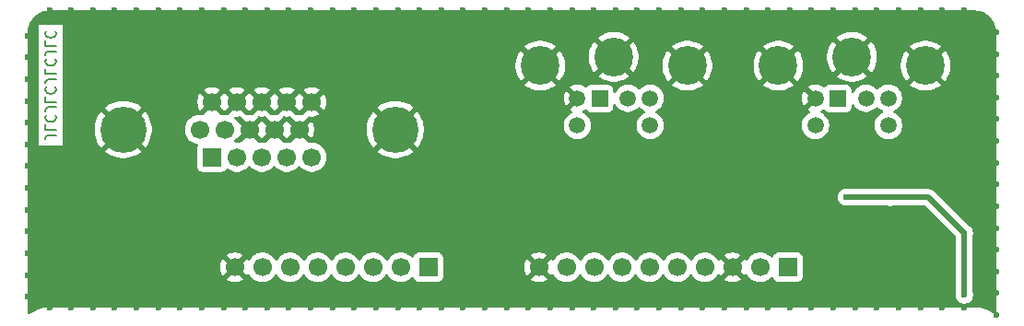
<source format=gbr>
%TF.GenerationSoftware,KiCad,Pcbnew,9.0.2*%
%TF.CreationDate,2025-07-24T16:43:20+02:00*%
%TF.ProjectId,VGA_PS2,5647415f-5053-4322-9e6b-696361645f70,rev?*%
%TF.SameCoordinates,Original*%
%TF.FileFunction,Copper,L2,Bot*%
%TF.FilePolarity,Positive*%
%FSLAX46Y46*%
G04 Gerber Fmt 4.6, Leading zero omitted, Abs format (unit mm)*
G04 Created by KiCad (PCBNEW 9.0.2) date 2025-07-24 16:43:20*
%MOMM*%
%LPD*%
G01*
G04 APERTURE LIST*
%ADD10C,0.200000*%
%TA.AperFunction,NonConductor*%
%ADD11C,0.200000*%
%TD*%
%TA.AperFunction,ComponentPad*%
%ADD12R,1.695000X1.695000*%
%TD*%
%TA.AperFunction,ComponentPad*%
%ADD13C,1.695000*%
%TD*%
%TA.AperFunction,ComponentPad*%
%ADD14C,4.246000*%
%TD*%
%TA.AperFunction,ComponentPad*%
%ADD15R,1.509000X1.509000*%
%TD*%
%TA.AperFunction,ComponentPad*%
%ADD16C,1.509000*%
%TD*%
%TA.AperFunction,ComponentPad*%
%ADD17C,3.555000*%
%TD*%
%TA.AperFunction,ComponentPad*%
%ADD18R,1.700000X1.700000*%
%TD*%
%TA.AperFunction,ComponentPad*%
%ADD19C,1.700000*%
%TD*%
%TA.AperFunction,ViaPad*%
%ADD20C,0.600000*%
%TD*%
%TA.AperFunction,Conductor*%
%ADD21C,0.500000*%
%TD*%
G04 APERTURE END LIST*
D10*
D11*
X43102780Y-138854612D02*
X42388495Y-138854612D01*
X42388495Y-138854612D02*
X42245638Y-138902231D01*
X42245638Y-138902231D02*
X42150400Y-138997469D01*
X42150400Y-138997469D02*
X42102780Y-139140326D01*
X42102780Y-139140326D02*
X42102780Y-139235564D01*
X42102780Y-137902231D02*
X42102780Y-138378421D01*
X42102780Y-138378421D02*
X43102780Y-138378421D01*
X42198019Y-136997469D02*
X42150400Y-137045088D01*
X42150400Y-137045088D02*
X42102780Y-137187945D01*
X42102780Y-137187945D02*
X42102780Y-137283183D01*
X42102780Y-137283183D02*
X42150400Y-137426040D01*
X42150400Y-137426040D02*
X42245638Y-137521278D01*
X42245638Y-137521278D02*
X42340876Y-137568897D01*
X42340876Y-137568897D02*
X42531352Y-137616516D01*
X42531352Y-137616516D02*
X42674209Y-137616516D01*
X42674209Y-137616516D02*
X42864685Y-137568897D01*
X42864685Y-137568897D02*
X42959923Y-137521278D01*
X42959923Y-137521278D02*
X43055161Y-137426040D01*
X43055161Y-137426040D02*
X43102780Y-137283183D01*
X43102780Y-137283183D02*
X43102780Y-137187945D01*
X43102780Y-137187945D02*
X43055161Y-137045088D01*
X43055161Y-137045088D02*
X43007542Y-136997469D01*
X43102780Y-136283183D02*
X42388495Y-136283183D01*
X42388495Y-136283183D02*
X42245638Y-136330802D01*
X42245638Y-136330802D02*
X42150400Y-136426040D01*
X42150400Y-136426040D02*
X42102780Y-136568897D01*
X42102780Y-136568897D02*
X42102780Y-136664135D01*
X42102780Y-135330802D02*
X42102780Y-135806992D01*
X42102780Y-135806992D02*
X43102780Y-135806992D01*
X42198019Y-134426040D02*
X42150400Y-134473659D01*
X42150400Y-134473659D02*
X42102780Y-134616516D01*
X42102780Y-134616516D02*
X42102780Y-134711754D01*
X42102780Y-134711754D02*
X42150400Y-134854611D01*
X42150400Y-134854611D02*
X42245638Y-134949849D01*
X42245638Y-134949849D02*
X42340876Y-134997468D01*
X42340876Y-134997468D02*
X42531352Y-135045087D01*
X42531352Y-135045087D02*
X42674209Y-135045087D01*
X42674209Y-135045087D02*
X42864685Y-134997468D01*
X42864685Y-134997468D02*
X42959923Y-134949849D01*
X42959923Y-134949849D02*
X43055161Y-134854611D01*
X43055161Y-134854611D02*
X43102780Y-134711754D01*
X43102780Y-134711754D02*
X43102780Y-134616516D01*
X43102780Y-134616516D02*
X43055161Y-134473659D01*
X43055161Y-134473659D02*
X43007542Y-134426040D01*
X43102780Y-133711754D02*
X42388495Y-133711754D01*
X42388495Y-133711754D02*
X42245638Y-133759373D01*
X42245638Y-133759373D02*
X42150400Y-133854611D01*
X42150400Y-133854611D02*
X42102780Y-133997468D01*
X42102780Y-133997468D02*
X42102780Y-134092706D01*
X42102780Y-132759373D02*
X42102780Y-133235563D01*
X42102780Y-133235563D02*
X43102780Y-133235563D01*
X42198019Y-131854611D02*
X42150400Y-131902230D01*
X42150400Y-131902230D02*
X42102780Y-132045087D01*
X42102780Y-132045087D02*
X42102780Y-132140325D01*
X42102780Y-132140325D02*
X42150400Y-132283182D01*
X42150400Y-132283182D02*
X42245638Y-132378420D01*
X42245638Y-132378420D02*
X42340876Y-132426039D01*
X42340876Y-132426039D02*
X42531352Y-132473658D01*
X42531352Y-132473658D02*
X42674209Y-132473658D01*
X42674209Y-132473658D02*
X42864685Y-132426039D01*
X42864685Y-132426039D02*
X42959923Y-132378420D01*
X42959923Y-132378420D02*
X43055161Y-132283182D01*
X43055161Y-132283182D02*
X43102780Y-132140325D01*
X43102780Y-132140325D02*
X43102780Y-132045087D01*
X43102780Y-132045087D02*
X43055161Y-131902230D01*
X43055161Y-131902230D02*
X43007542Y-131854611D01*
X43102780Y-131140325D02*
X42388495Y-131140325D01*
X42388495Y-131140325D02*
X42245638Y-131187944D01*
X42245638Y-131187944D02*
X42150400Y-131283182D01*
X42150400Y-131283182D02*
X42102780Y-131426039D01*
X42102780Y-131426039D02*
X42102780Y-131521277D01*
X42102780Y-130187944D02*
X42102780Y-130664134D01*
X42102780Y-130664134D02*
X43102780Y-130664134D01*
X42198019Y-129283182D02*
X42150400Y-129330801D01*
X42150400Y-129330801D02*
X42102780Y-129473658D01*
X42102780Y-129473658D02*
X42102780Y-129568896D01*
X42102780Y-129568896D02*
X42150400Y-129711753D01*
X42150400Y-129711753D02*
X42245638Y-129806991D01*
X42245638Y-129806991D02*
X42340876Y-129854610D01*
X42340876Y-129854610D02*
X42531352Y-129902229D01*
X42531352Y-129902229D02*
X42674209Y-129902229D01*
X42674209Y-129902229D02*
X42864685Y-129854610D01*
X42864685Y-129854610D02*
X42959923Y-129806991D01*
X42959923Y-129806991D02*
X43055161Y-129711753D01*
X43055161Y-129711753D02*
X43102780Y-129568896D01*
X43102780Y-129568896D02*
X43102780Y-129473658D01*
X43102780Y-129473658D02*
X43055161Y-129330801D01*
X43055161Y-129330801D02*
X43007542Y-129283182D01*
D12*
%TO.P,J1,1,1*%
%TO.N,Net-(J1-Pad1)*%
X57440000Y-140880000D03*
D13*
%TO.P,J1,2,2*%
%TO.N,Net-(J1-Pad2)*%
X59730000Y-140880000D03*
%TO.P,J1,3,3*%
%TO.N,Net-(J1-Pad3)*%
X62020000Y-140880000D03*
%TO.P,J1,4,4*%
%TO.N,unconnected-(J1-Pad4)*%
X64310000Y-140880000D03*
%TO.P,J1,5,5*%
%TO.N,Net-(J1-Pad5)*%
X66600000Y-140880000D03*
%TO.P,J1,6,6*%
%TO.N,Net-(J1-Pad6)*%
X56295000Y-138340000D03*
%TO.P,J1,7,7*%
%TO.N,Net-(J1-Pad7)*%
X58585000Y-138340000D03*
%TO.P,J1,8,8*%
%TO.N,GND*%
X60875000Y-138340000D03*
%TO.P,J1,9,9*%
X63165000Y-138340000D03*
%TO.P,J1,10,10*%
X65455000Y-138340000D03*
%TO.P,J1,11,11*%
X57440000Y-135800000D03*
%TO.P,J1,12,12*%
X59730000Y-135800000D03*
%TO.P,J1,13,13*%
X62020000Y-135800000D03*
%TO.P,J1,14,14*%
X64310000Y-135800000D03*
%TO.P,J1,15,15*%
X66600000Y-135800000D03*
D14*
%TO.P,J1,SH1,SHIELD*%
X74265000Y-138340000D03*
%TO.P,J1,SH2,SHIELD*%
X49275000Y-138340000D03*
%TD*%
D15*
%TO.P,J2,1,1*%
%TO.N,Net-(J2-Pad1)*%
X114920000Y-135470000D03*
D16*
%TO.P,J2,2,2*%
%TO.N,unconnected-(J2-Pad2)*%
X117520000Y-135470000D03*
%TO.P,J2,3,3*%
%TO.N,GND*%
X112870000Y-135470000D03*
%TO.P,J2,4,4*%
%TO.N,+5V*%
X119570000Y-135470000D03*
%TO.P,J2,5,5*%
%TO.N,Net-(J2-Pad5)*%
X112870000Y-137960000D03*
%TO.P,J2,6,6*%
%TO.N,unconnected-(J2-Pad6)*%
X119570000Y-137960000D03*
D17*
%TO.P,J2,MH1,MH1*%
%TO.N,GND*%
X116220000Y-131660000D03*
%TO.P,J2,MH2,MH2*%
X122980000Y-132470000D03*
%TO.P,J2,MH3,MH3*%
X109460000Y-132470000D03*
%TD*%
D15*
%TO.P,J3,1,1*%
%TO.N,Net-(J3-Pad1)*%
X93040000Y-135470000D03*
D16*
%TO.P,J3,2,2*%
%TO.N,unconnected-(J3-Pad2)*%
X95640000Y-135470000D03*
%TO.P,J3,3,3*%
%TO.N,GND*%
X90990000Y-135470000D03*
%TO.P,J3,4,4*%
%TO.N,+5V*%
X97690000Y-135470000D03*
%TO.P,J3,5,5*%
%TO.N,Net-(J3-Pad5)*%
X90990000Y-137960000D03*
%TO.P,J3,6,6*%
%TO.N,unconnected-(J3-Pad6)*%
X97690000Y-137960000D03*
D17*
%TO.P,J3,MH1,MH1*%
%TO.N,GND*%
X94340000Y-131660000D03*
%TO.P,J3,MH2,MH2*%
X101100000Y-132470000D03*
%TO.P,J3,MH3,MH3*%
X87580000Y-132470000D03*
%TD*%
D18*
%TO.P,J4,1,Pin_1*%
%TO.N,+3.3V*%
X110330000Y-151000000D03*
D19*
%TO.P,J4,2,Pin_2*%
%TO.N,unconnected-(J4-Pin_2-Pad2)*%
X107790000Y-151000000D03*
%TO.P,J4,3,Pin_3*%
%TO.N,GND*%
X105250000Y-151000000D03*
%TO.P,J4,4,Pin_4*%
%TO.N,unconnected-(J4-Pin_4-Pad4)*%
X102710000Y-151000000D03*
%TO.P,J4,5,Pin_5*%
%TO.N,unconnected-(J4-Pin_5-Pad5)*%
X100170000Y-151000000D03*
%TO.P,J4,6,Pin_6*%
%TO.N,unconnected-(J4-Pin_6-Pad6)*%
X97630000Y-151000000D03*
%TO.P,J4,7,Pin_7*%
%TO.N,I2C2.SDA*%
X95090000Y-151000000D03*
%TO.P,J4,8,Pin_8*%
%TO.N,I2C2.SCL*%
X92550000Y-151000000D03*
%TO.P,J4,9,Pin_9*%
%TO.N,unconnected-(J4-Pin_9-Pad9)*%
X90010000Y-151000000D03*
%TO.P,J4,10,Pin_10*%
%TO.N,GND*%
X87470000Y-151000000D03*
%TD*%
D18*
%TO.P,J5,1,Pin_1*%
%TO.N,+5V*%
X77310000Y-151000000D03*
D19*
%TO.P,J5,2,Pin_2*%
%TO.N,unconnected-(J5-Pin_2-Pad2)*%
X74770000Y-151000000D03*
%TO.P,J5,3,Pin_3*%
%TO.N,HSYNC*%
X72230000Y-151000000D03*
%TO.P,J5,4,Pin_4*%
%TO.N,BLUE*%
X69690000Y-151000000D03*
%TO.P,J5,5,Pin_5*%
%TO.N,GREEN*%
X67150000Y-151000000D03*
%TO.P,J5,6,Pin_6*%
%TO.N,RED*%
X64610000Y-151000000D03*
%TO.P,J5,7,Pin_7*%
%TO.N,VSYNC*%
X62070000Y-151000000D03*
%TO.P,J5,8,Pin_8*%
%TO.N,GND*%
X59530000Y-151000000D03*
%TD*%
D20*
%TO.N,GND*%
X88500000Y-154710000D03*
X40500000Y-129710000D03*
X76500000Y-154710000D03*
X129500000Y-145387770D03*
X112499991Y-127390000D03*
X80500000Y-154710000D03*
X42500000Y-154710000D03*
X62499991Y-127390000D03*
X96500000Y-154710000D03*
X104499991Y-127390000D03*
X120499991Y-127390000D03*
X129500000Y-135387770D03*
X82500000Y-154710000D03*
X74499991Y-127390000D03*
X54499991Y-127390000D03*
X46499991Y-127390000D03*
X66499991Y-127390000D03*
X48499991Y-127390000D03*
X68499991Y-127390000D03*
X92500000Y-154710000D03*
X82499991Y-127390000D03*
X62500000Y-154710000D03*
X40500000Y-153710000D03*
X40500000Y-131710000D03*
X124500000Y-154710000D03*
X60499991Y-127390000D03*
X129500000Y-151387770D03*
X118499991Y-127390000D03*
X50500000Y-154710000D03*
X58500000Y-154710000D03*
X78500000Y-154710000D03*
X122560000Y-147830000D03*
X52500000Y-154710000D03*
X104500000Y-154710000D03*
X129500000Y-139387770D03*
X102500000Y-154710000D03*
X129500000Y-129387770D03*
X86500000Y-154710000D03*
X110499991Y-127390000D03*
X64499991Y-127390000D03*
X118500000Y-154710000D03*
X90499991Y-127390000D03*
X44500000Y-154710000D03*
X48500000Y-154710000D03*
X50499991Y-127390000D03*
X129500000Y-133387770D03*
X129500000Y-143387770D03*
X94500000Y-154710000D03*
X84500000Y-154710000D03*
X68500000Y-154710000D03*
X52499991Y-127390000D03*
X70500000Y-154710000D03*
X40500000Y-147710000D03*
X114500000Y-154710000D03*
X40500000Y-143710000D03*
X116499991Y-127390000D03*
X129500000Y-141387770D03*
X114650000Y-149400000D03*
X94499991Y-127390000D03*
X42499991Y-127390000D03*
X70499991Y-127390000D03*
X126499991Y-127390000D03*
X108499991Y-127390000D03*
X40500000Y-149710000D03*
X40500000Y-141710000D03*
X122500000Y-154710000D03*
X44499991Y-127390000D03*
X78499991Y-127390000D03*
X56500000Y-154710000D03*
X56499991Y-127390000D03*
X100499991Y-127390000D03*
X129500000Y-155387770D03*
X58499991Y-127390000D03*
X40500000Y-133710000D03*
X76499991Y-127390000D03*
X64500000Y-154710000D03*
X86499991Y-127390000D03*
X84499991Y-127390000D03*
X40500000Y-137710000D03*
X40500000Y-139710000D03*
X90500000Y-154710000D03*
X129500000Y-137387770D03*
X54500000Y-154710000D03*
X40500000Y-151710000D03*
X40500000Y-135710000D03*
X96499991Y-127390000D03*
X106499991Y-127390000D03*
X92499991Y-127390000D03*
X114499991Y-127390000D03*
X74500000Y-154710000D03*
X102499991Y-127390000D03*
X66500000Y-154710000D03*
X60500000Y-154710000D03*
X129500000Y-149387770D03*
X80499991Y-127390000D03*
X72500000Y-154710000D03*
X129500000Y-147387770D03*
X72499991Y-127390000D03*
X40500000Y-145710000D03*
X100500000Y-154710000D03*
X120500000Y-154710000D03*
X46500000Y-154710000D03*
X98499991Y-127390000D03*
X126500000Y-154710000D03*
X129500000Y-131387770D03*
X108500000Y-154710000D03*
X116500000Y-154710000D03*
X124499991Y-127390000D03*
X88499991Y-127390000D03*
X129500000Y-153387770D03*
X110500000Y-154710000D03*
X122499991Y-127390000D03*
X106500000Y-154710000D03*
X98500000Y-154710000D03*
X112500000Y-154710000D03*
%TO.N,+5V*%
X126550000Y-153540000D03*
X126540000Y-147890000D03*
X119740000Y-144560000D03*
X115700000Y-144550000D03*
%TD*%
D21*
%TO.N,+5V*%
X126550000Y-153540000D02*
X126550000Y-147900000D01*
X119740000Y-144560000D02*
X115710000Y-144560000D01*
X126550000Y-147900000D02*
X126540000Y-147890000D01*
X115710000Y-144560000D02*
X115700000Y-144550000D01*
X126540000Y-147890000D02*
X123210000Y-144560000D01*
X123210000Y-144560000D02*
X119740000Y-144560000D01*
%TD*%
%TA.AperFunction,Conductor*%
%TO.N,GND*%
G36*
X60348504Y-138558082D02*
G01*
X60422888Y-138686918D01*
X60528082Y-138792112D01*
X60656918Y-138866496D01*
X60692517Y-138876034D01*
X60103170Y-139465380D01*
X60098145Y-139489305D01*
X60049093Y-139539061D01*
X59980928Y-139554400D01*
X59969493Y-139553129D01*
X59868216Y-139537088D01*
X59836090Y-139532000D01*
X59623910Y-139532000D01*
X59615210Y-139533377D01*
X59587352Y-139529776D01*
X59559264Y-139529394D01*
X59553168Y-139525358D01*
X59545919Y-139524421D01*
X59524430Y-139506330D01*
X59501006Y-139490822D01*
X59498060Y-139484131D01*
X59492468Y-139479424D01*
X59484171Y-139452588D01*
X59472850Y-139426877D01*
X59473988Y-139419655D01*
X59471830Y-139412672D01*
X59479358Y-139385610D01*
X59483735Y-139357860D01*
X59489260Y-139350016D01*
X59490556Y-139345359D01*
X59503220Y-139328432D01*
X59505598Y-139325761D01*
X59613197Y-139218163D01*
X59665282Y-139146472D01*
X59669378Y-139141875D01*
X59694001Y-139126520D01*
X59716985Y-139108797D01*
X59724107Y-139107746D01*
X59728665Y-139104905D01*
X59742136Y-139105088D01*
X59758817Y-139102629D01*
X60338964Y-138522481D01*
X60348504Y-138558082D01*
G37*
%TD.AperFunction*%
%TA.AperFunction,Conductor*%
G36*
X62638504Y-138558082D02*
G01*
X62712888Y-138686918D01*
X62818082Y-138792112D01*
X62946918Y-138866496D01*
X62982517Y-138876034D01*
X62393170Y-139465380D01*
X62388145Y-139489305D01*
X62339093Y-139539061D01*
X62270928Y-139554400D01*
X62259493Y-139553129D01*
X62158216Y-139537088D01*
X62126090Y-139532000D01*
X61913910Y-139532000D01*
X61905210Y-139533378D01*
X61780505Y-139553129D01*
X61711211Y-139544174D01*
X61657759Y-139499178D01*
X61647524Y-139466077D01*
X61057482Y-138876035D01*
X61093082Y-138866496D01*
X61221918Y-138792112D01*
X61327112Y-138686918D01*
X61401496Y-138558082D01*
X61411034Y-138522482D01*
X61988479Y-139099927D01*
X62010269Y-139098213D01*
X62029727Y-139098213D01*
X62051518Y-139099928D01*
X62628964Y-138522481D01*
X62638504Y-138558082D01*
G37*
%TD.AperFunction*%
%TA.AperFunction,Conductor*%
G36*
X64928504Y-138558082D02*
G01*
X65002888Y-138686918D01*
X65108082Y-138792112D01*
X65236918Y-138866496D01*
X65272517Y-138876034D01*
X64683170Y-139465380D01*
X64678145Y-139489305D01*
X64629093Y-139539061D01*
X64560928Y-139554400D01*
X64549493Y-139553129D01*
X64448216Y-139537088D01*
X64416090Y-139532000D01*
X64203910Y-139532000D01*
X64195210Y-139533378D01*
X64070505Y-139553129D01*
X64001211Y-139544174D01*
X63947759Y-139499178D01*
X63937524Y-139466077D01*
X63347482Y-138876035D01*
X63383082Y-138866496D01*
X63511918Y-138792112D01*
X63617112Y-138686918D01*
X63691496Y-138558082D01*
X63701034Y-138522482D01*
X64278479Y-139099927D01*
X64300269Y-139098213D01*
X64319727Y-139098213D01*
X64341518Y-139099928D01*
X64918964Y-138522481D01*
X64928504Y-138558082D01*
G37*
%TD.AperFunction*%
%TA.AperFunction,Conductor*%
G36*
X60038826Y-137135312D02*
G01*
X60092278Y-137180309D01*
X60102759Y-137214207D01*
X60692517Y-137803965D01*
X60656918Y-137813504D01*
X60528082Y-137887888D01*
X60422888Y-137993082D01*
X60348504Y-138121918D01*
X60338965Y-138157517D01*
X59757795Y-137576347D01*
X59703326Y-137564904D01*
X59661657Y-137528537D01*
X59613197Y-137461837D01*
X59507535Y-137356175D01*
X59474050Y-137294852D01*
X59479034Y-137225160D01*
X59520906Y-137169227D01*
X59586370Y-137144810D01*
X59614617Y-137146021D01*
X59623954Y-137147500D01*
X59836050Y-137147500D01*
X59969533Y-137126358D01*
X60038826Y-137135312D01*
G37*
%TD.AperFunction*%
%TA.AperFunction,Conductor*%
G36*
X61780465Y-137126358D02*
G01*
X61913950Y-137147500D01*
X62126050Y-137147500D01*
X62259533Y-137126358D01*
X62328826Y-137135312D01*
X62382278Y-137180309D01*
X62392759Y-137214207D01*
X62982517Y-137803965D01*
X62946918Y-137813504D01*
X62818082Y-137887888D01*
X62712888Y-137993082D01*
X62638504Y-138121918D01*
X62628965Y-138157517D01*
X62051518Y-137580070D01*
X62029724Y-137581786D01*
X62010268Y-137581786D01*
X61988480Y-137580071D01*
X61411034Y-138157516D01*
X61401496Y-138121918D01*
X61327112Y-137993082D01*
X61221918Y-137887888D01*
X61093082Y-137813504D01*
X61057480Y-137803964D01*
X61646640Y-137214806D01*
X61651812Y-137190185D01*
X61700862Y-137140427D01*
X61769027Y-137125087D01*
X61780465Y-137126358D01*
G37*
%TD.AperFunction*%
%TA.AperFunction,Conductor*%
G36*
X64070465Y-137126358D02*
G01*
X64203950Y-137147500D01*
X64416050Y-137147500D01*
X64549533Y-137126358D01*
X64618826Y-137135312D01*
X64672278Y-137180309D01*
X64682759Y-137214207D01*
X65272517Y-137803965D01*
X65236918Y-137813504D01*
X65108082Y-137887888D01*
X65002888Y-137993082D01*
X64928504Y-138121918D01*
X64918965Y-138157517D01*
X64341518Y-137580070D01*
X64319724Y-137581786D01*
X64300268Y-137581786D01*
X64278480Y-137580071D01*
X63701034Y-138157516D01*
X63691496Y-138121918D01*
X63617112Y-137993082D01*
X63511918Y-137887888D01*
X63383082Y-137813504D01*
X63347480Y-137803964D01*
X63936640Y-137214806D01*
X63941812Y-137190185D01*
X63990862Y-137140427D01*
X64059027Y-137125087D01*
X64070465Y-137126358D01*
G37*
%TD.AperFunction*%
%TA.AperFunction,Conductor*%
G36*
X61493504Y-136018082D02*
G01*
X61567888Y-136146918D01*
X61673082Y-136252112D01*
X61801918Y-136326496D01*
X61837517Y-136336034D01*
X61248356Y-136925194D01*
X61243184Y-136949817D01*
X61194132Y-136999573D01*
X61125967Y-137014911D01*
X61114534Y-137013640D01*
X60981058Y-136992500D01*
X60768944Y-136992500D01*
X60635464Y-137013641D01*
X60566170Y-137004686D01*
X60512718Y-136959690D01*
X60502236Y-136925789D01*
X59912482Y-136336035D01*
X59948082Y-136326496D01*
X60076918Y-136252112D01*
X60182112Y-136146918D01*
X60256496Y-136018082D01*
X60266034Y-135982482D01*
X60843479Y-136559927D01*
X60865269Y-136558213D01*
X60884727Y-136558213D01*
X60906518Y-136559928D01*
X61483964Y-135982481D01*
X61493504Y-136018082D01*
G37*
%TD.AperFunction*%
%TA.AperFunction,Conductor*%
G36*
X63783504Y-136018082D02*
G01*
X63857888Y-136146918D01*
X63963082Y-136252112D01*
X64091918Y-136326496D01*
X64127517Y-136336034D01*
X63538356Y-136925194D01*
X63533184Y-136949817D01*
X63484132Y-136999573D01*
X63415967Y-137014911D01*
X63404534Y-137013640D01*
X63271058Y-136992500D01*
X63058944Y-136992500D01*
X62925464Y-137013641D01*
X62856170Y-137004686D01*
X62802718Y-136959690D01*
X62792236Y-136925789D01*
X62202482Y-136336035D01*
X62238082Y-136326496D01*
X62366918Y-136252112D01*
X62472112Y-136146918D01*
X62546496Y-136018082D01*
X62556034Y-135982482D01*
X63133479Y-136559927D01*
X63155269Y-136558213D01*
X63174727Y-136558213D01*
X63196518Y-136559928D01*
X63773964Y-135982481D01*
X63783504Y-136018082D01*
G37*
%TD.AperFunction*%
%TA.AperFunction,Conductor*%
G36*
X66073504Y-136018082D02*
G01*
X66147888Y-136146918D01*
X66253082Y-136252112D01*
X66381918Y-136326496D01*
X66417517Y-136336034D01*
X65828356Y-136925194D01*
X65823184Y-136949817D01*
X65774132Y-136999573D01*
X65705967Y-137014911D01*
X65694534Y-137013640D01*
X65561058Y-136992500D01*
X65348944Y-136992500D01*
X65215464Y-137013641D01*
X65146170Y-137004686D01*
X65092718Y-136959690D01*
X65082236Y-136925789D01*
X64492482Y-136336035D01*
X64528082Y-136326496D01*
X64656918Y-136252112D01*
X64762112Y-136146918D01*
X64836496Y-136018082D01*
X64846034Y-135982482D01*
X65423479Y-136559927D01*
X65445269Y-136558213D01*
X65464727Y-136558213D01*
X65486518Y-136559928D01*
X66063964Y-135982481D01*
X66073504Y-136018082D01*
G37*
%TD.AperFunction*%
%TA.AperFunction,Conductor*%
G36*
X59203504Y-136018082D02*
G01*
X59277888Y-136146918D01*
X59383082Y-136252112D01*
X59511918Y-136326496D01*
X59547517Y-136336034D01*
X58958170Y-136925380D01*
X58953145Y-136949305D01*
X58904093Y-136999061D01*
X58835928Y-137014400D01*
X58824493Y-137013129D01*
X58723216Y-136997088D01*
X58691090Y-136992000D01*
X58478910Y-136992000D01*
X58457227Y-136995434D01*
X58345505Y-137013129D01*
X58276211Y-137004174D01*
X58222759Y-136959178D01*
X58212524Y-136926077D01*
X57622482Y-136336035D01*
X57658082Y-136326496D01*
X57786918Y-136252112D01*
X57892112Y-136146918D01*
X57966496Y-136018082D01*
X57976034Y-135982482D01*
X58553479Y-136559927D01*
X58575269Y-136558213D01*
X58594727Y-136558213D01*
X58616518Y-136559928D01*
X59193964Y-135982481D01*
X59203504Y-136018082D01*
G37*
%TD.AperFunction*%
%TA.AperFunction,Conductor*%
G36*
X127506283Y-127390765D02*
G01*
X127754809Y-127407058D01*
X127770889Y-127409175D01*
X127846810Y-127424277D01*
X128011190Y-127456976D01*
X128026845Y-127461171D01*
X128258846Y-127539926D01*
X128273831Y-127546133D01*
X128493570Y-127654498D01*
X128507614Y-127662606D01*
X128711329Y-127798725D01*
X128724193Y-127808596D01*
X128908393Y-127970137D01*
X128919862Y-127981606D01*
X129081403Y-128165806D01*
X129091277Y-128178674D01*
X129227391Y-128382382D01*
X129235501Y-128396429D01*
X129343866Y-128616168D01*
X129350073Y-128631153D01*
X129428826Y-128863147D01*
X129433024Y-128878814D01*
X129480824Y-129119110D01*
X129482941Y-129135190D01*
X129499234Y-129383709D01*
X129499500Y-129391821D01*
X129499500Y-155210535D01*
X129479815Y-155277574D01*
X129427011Y-155323329D01*
X129357853Y-155333273D01*
X129302615Y-155310853D01*
X129136433Y-155190115D01*
X129136428Y-155190112D01*
X128864075Y-155032869D01*
X128864068Y-155032866D01*
X128576759Y-154904947D01*
X128576754Y-154904945D01*
X128576751Y-154904944D01*
X128277649Y-154807761D01*
X128277647Y-154807760D01*
X128012415Y-154751384D01*
X127970026Y-154742374D01*
X127657250Y-154709500D01*
X127565892Y-154709500D01*
X42565892Y-154709500D01*
X42500000Y-154709500D01*
X42342750Y-154709500D01*
X42029974Y-154742374D01*
X42029970Y-154742374D01*
X42029968Y-154742375D01*
X41722352Y-154807760D01*
X41722350Y-154807761D01*
X41423248Y-154904944D01*
X41135931Y-155032866D01*
X41135924Y-155032869D01*
X40863571Y-155190112D01*
X40863566Y-155190115D01*
X40697385Y-155310853D01*
X40631579Y-155334333D01*
X40563525Y-155318507D01*
X40514830Y-155268401D01*
X40500500Y-155210535D01*
X40500500Y-150893753D01*
X58180000Y-150893753D01*
X58180000Y-151106246D01*
X58213242Y-151316127D01*
X58213242Y-151316130D01*
X58278904Y-151518217D01*
X58375375Y-151707550D01*
X58414728Y-151761716D01*
X59047037Y-151129408D01*
X59064075Y-151192993D01*
X59129901Y-151307007D01*
X59222993Y-151400099D01*
X59337007Y-151465925D01*
X59400590Y-151482962D01*
X58768282Y-152115269D01*
X58768282Y-152115270D01*
X58822449Y-152154624D01*
X59011782Y-152251095D01*
X59213870Y-152316757D01*
X59423754Y-152350000D01*
X59636246Y-152350000D01*
X59846127Y-152316757D01*
X59846130Y-152316757D01*
X60048217Y-152251095D01*
X60237554Y-152154622D01*
X60291716Y-152115270D01*
X60291717Y-152115270D01*
X59659408Y-151482962D01*
X59722993Y-151465925D01*
X59837007Y-151400099D01*
X59930099Y-151307007D01*
X59995925Y-151192993D01*
X60012962Y-151129408D01*
X60645270Y-151761717D01*
X60645270Y-151761716D01*
X60684622Y-151707555D01*
X60689232Y-151698507D01*
X60737205Y-151647709D01*
X60805025Y-151630912D01*
X60871161Y-151653447D01*
X60910204Y-151698504D01*
X60914949Y-151707817D01*
X61039890Y-151879786D01*
X61190213Y-152030109D01*
X61362179Y-152155048D01*
X61362181Y-152155049D01*
X61362184Y-152155051D01*
X61551588Y-152251557D01*
X61753757Y-152317246D01*
X61963713Y-152350500D01*
X61963714Y-152350500D01*
X62176286Y-152350500D01*
X62176287Y-152350500D01*
X62386243Y-152317246D01*
X62588412Y-152251557D01*
X62777816Y-152155051D01*
X62864138Y-152092335D01*
X62949786Y-152030109D01*
X62949788Y-152030106D01*
X62949792Y-152030104D01*
X63100104Y-151879792D01*
X63100106Y-151879788D01*
X63100109Y-151879786D01*
X63225048Y-151707820D01*
X63225047Y-151707820D01*
X63225051Y-151707816D01*
X63229514Y-151699054D01*
X63277488Y-151648259D01*
X63345308Y-151631463D01*
X63411444Y-151653999D01*
X63450486Y-151699056D01*
X63454951Y-151707820D01*
X63579890Y-151879786D01*
X63730213Y-152030109D01*
X63902179Y-152155048D01*
X63902181Y-152155049D01*
X63902184Y-152155051D01*
X64091588Y-152251557D01*
X64293757Y-152317246D01*
X64503713Y-152350500D01*
X64503714Y-152350500D01*
X64716286Y-152350500D01*
X64716287Y-152350500D01*
X64926243Y-152317246D01*
X65128412Y-152251557D01*
X65317816Y-152155051D01*
X65404138Y-152092335D01*
X65489786Y-152030109D01*
X65489788Y-152030106D01*
X65489792Y-152030104D01*
X65640104Y-151879792D01*
X65640106Y-151879788D01*
X65640109Y-151879786D01*
X65765048Y-151707820D01*
X65765047Y-151707820D01*
X65765051Y-151707816D01*
X65769514Y-151699054D01*
X65817488Y-151648259D01*
X65885308Y-151631463D01*
X65951444Y-151653999D01*
X65990486Y-151699056D01*
X65994951Y-151707820D01*
X66119890Y-151879786D01*
X66270213Y-152030109D01*
X66442179Y-152155048D01*
X66442181Y-152155049D01*
X66442184Y-152155051D01*
X66631588Y-152251557D01*
X66833757Y-152317246D01*
X67043713Y-152350500D01*
X67043714Y-152350500D01*
X67256286Y-152350500D01*
X67256287Y-152350500D01*
X67466243Y-152317246D01*
X67668412Y-152251557D01*
X67857816Y-152155051D01*
X67944138Y-152092335D01*
X68029786Y-152030109D01*
X68029788Y-152030106D01*
X68029792Y-152030104D01*
X68180104Y-151879792D01*
X68180106Y-151879788D01*
X68180109Y-151879786D01*
X68305048Y-151707820D01*
X68305047Y-151707820D01*
X68305051Y-151707816D01*
X68309514Y-151699054D01*
X68357488Y-151648259D01*
X68425308Y-151631463D01*
X68491444Y-151653999D01*
X68530486Y-151699056D01*
X68534951Y-151707820D01*
X68659890Y-151879786D01*
X68810213Y-152030109D01*
X68982179Y-152155048D01*
X68982181Y-152155049D01*
X68982184Y-152155051D01*
X69171588Y-152251557D01*
X69373757Y-152317246D01*
X69583713Y-152350500D01*
X69583714Y-152350500D01*
X69796286Y-152350500D01*
X69796287Y-152350500D01*
X70006243Y-152317246D01*
X70208412Y-152251557D01*
X70397816Y-152155051D01*
X70484138Y-152092335D01*
X70569786Y-152030109D01*
X70569788Y-152030106D01*
X70569792Y-152030104D01*
X70720104Y-151879792D01*
X70720106Y-151879788D01*
X70720109Y-151879786D01*
X70845048Y-151707820D01*
X70845047Y-151707820D01*
X70845051Y-151707816D01*
X70849514Y-151699054D01*
X70897488Y-151648259D01*
X70965308Y-151631463D01*
X71031444Y-151653999D01*
X71070486Y-151699056D01*
X71074951Y-151707820D01*
X71199890Y-151879786D01*
X71350213Y-152030109D01*
X71522179Y-152155048D01*
X71522181Y-152155049D01*
X71522184Y-152155051D01*
X71711588Y-152251557D01*
X71913757Y-152317246D01*
X72123713Y-152350500D01*
X72123714Y-152350500D01*
X72336286Y-152350500D01*
X72336287Y-152350500D01*
X72546243Y-152317246D01*
X72748412Y-152251557D01*
X72937816Y-152155051D01*
X73024138Y-152092335D01*
X73109786Y-152030109D01*
X73109788Y-152030106D01*
X73109792Y-152030104D01*
X73260104Y-151879792D01*
X73260106Y-151879788D01*
X73260109Y-151879786D01*
X73385048Y-151707820D01*
X73385047Y-151707820D01*
X73385051Y-151707816D01*
X73389514Y-151699054D01*
X73437488Y-151648259D01*
X73505308Y-151631463D01*
X73571444Y-151653999D01*
X73610486Y-151699056D01*
X73614951Y-151707820D01*
X73739890Y-151879786D01*
X73890213Y-152030109D01*
X74062179Y-152155048D01*
X74062181Y-152155049D01*
X74062184Y-152155051D01*
X74251588Y-152251557D01*
X74453757Y-152317246D01*
X74663713Y-152350500D01*
X74663714Y-152350500D01*
X74876286Y-152350500D01*
X74876287Y-152350500D01*
X75086243Y-152317246D01*
X75288412Y-152251557D01*
X75477816Y-152155051D01*
X75649792Y-152030104D01*
X75763329Y-151916566D01*
X75824648Y-151883084D01*
X75894340Y-151888068D01*
X75950274Y-151929939D01*
X75967189Y-151960917D01*
X76016202Y-152092328D01*
X76016206Y-152092335D01*
X76102452Y-152207544D01*
X76102455Y-152207547D01*
X76217664Y-152293793D01*
X76217671Y-152293797D01*
X76352517Y-152344091D01*
X76352516Y-152344091D01*
X76359444Y-152344835D01*
X76412127Y-152350500D01*
X78207872Y-152350499D01*
X78267483Y-152344091D01*
X78402331Y-152293796D01*
X78517546Y-152207546D01*
X78603796Y-152092331D01*
X78654091Y-151957483D01*
X78660500Y-151897873D01*
X78660499Y-150893753D01*
X86120000Y-150893753D01*
X86120000Y-151106246D01*
X86153242Y-151316127D01*
X86153242Y-151316130D01*
X86218904Y-151518217D01*
X86315375Y-151707550D01*
X86354728Y-151761716D01*
X86987037Y-151129408D01*
X87004075Y-151192993D01*
X87069901Y-151307007D01*
X87162993Y-151400099D01*
X87277007Y-151465925D01*
X87340590Y-151482962D01*
X86708282Y-152115269D01*
X86708282Y-152115270D01*
X86762449Y-152154624D01*
X86951782Y-152251095D01*
X87153870Y-152316757D01*
X87363754Y-152350000D01*
X87576246Y-152350000D01*
X87786127Y-152316757D01*
X87786130Y-152316757D01*
X87988217Y-152251095D01*
X88177554Y-152154622D01*
X88231716Y-152115270D01*
X88231717Y-152115270D01*
X87599408Y-151482962D01*
X87662993Y-151465925D01*
X87777007Y-151400099D01*
X87870099Y-151307007D01*
X87935925Y-151192993D01*
X87952962Y-151129409D01*
X88585270Y-151761717D01*
X88585270Y-151761716D01*
X88624622Y-151707555D01*
X88629232Y-151698507D01*
X88677205Y-151647709D01*
X88745025Y-151630912D01*
X88811161Y-151653447D01*
X88850204Y-151698504D01*
X88854949Y-151707817D01*
X88979890Y-151879786D01*
X89130213Y-152030109D01*
X89302179Y-152155048D01*
X89302181Y-152155049D01*
X89302184Y-152155051D01*
X89491588Y-152251557D01*
X89693757Y-152317246D01*
X89903713Y-152350500D01*
X89903714Y-152350500D01*
X90116286Y-152350500D01*
X90116287Y-152350500D01*
X90326243Y-152317246D01*
X90528412Y-152251557D01*
X90717816Y-152155051D01*
X90804138Y-152092335D01*
X90889786Y-152030109D01*
X90889788Y-152030106D01*
X90889792Y-152030104D01*
X91040104Y-151879792D01*
X91040106Y-151879788D01*
X91040109Y-151879786D01*
X91165048Y-151707820D01*
X91165047Y-151707820D01*
X91165051Y-151707816D01*
X91169514Y-151699054D01*
X91217488Y-151648259D01*
X91285308Y-151631463D01*
X91351444Y-151653999D01*
X91390486Y-151699056D01*
X91394951Y-151707820D01*
X91519890Y-151879786D01*
X91670213Y-152030109D01*
X91842179Y-152155048D01*
X91842181Y-152155049D01*
X91842184Y-152155051D01*
X92031588Y-152251557D01*
X92233757Y-152317246D01*
X92443713Y-152350500D01*
X92443714Y-152350500D01*
X92656286Y-152350500D01*
X92656287Y-152350500D01*
X92866243Y-152317246D01*
X93068412Y-152251557D01*
X93257816Y-152155051D01*
X93344138Y-152092335D01*
X93429786Y-152030109D01*
X93429788Y-152030106D01*
X93429792Y-152030104D01*
X93580104Y-151879792D01*
X93580106Y-151879788D01*
X93580109Y-151879786D01*
X93705048Y-151707820D01*
X93705047Y-151707820D01*
X93705051Y-151707816D01*
X93709514Y-151699054D01*
X93757488Y-151648259D01*
X93825308Y-151631463D01*
X93891444Y-151653999D01*
X93930486Y-151699056D01*
X93934951Y-151707820D01*
X94059890Y-151879786D01*
X94210213Y-152030109D01*
X94382179Y-152155048D01*
X94382181Y-152155049D01*
X94382184Y-152155051D01*
X94571588Y-152251557D01*
X94773757Y-152317246D01*
X94983713Y-152350500D01*
X94983714Y-152350500D01*
X95196286Y-152350500D01*
X95196287Y-152350500D01*
X95406243Y-152317246D01*
X95608412Y-152251557D01*
X95797816Y-152155051D01*
X95884138Y-152092335D01*
X95969786Y-152030109D01*
X95969788Y-152030106D01*
X95969792Y-152030104D01*
X96120104Y-151879792D01*
X96120106Y-151879788D01*
X96120109Y-151879786D01*
X96245048Y-151707820D01*
X96245047Y-151707820D01*
X96245051Y-151707816D01*
X96249514Y-151699054D01*
X96297488Y-151648259D01*
X96365308Y-151631463D01*
X96431444Y-151653999D01*
X96470486Y-151699056D01*
X96474951Y-151707820D01*
X96599890Y-151879786D01*
X96750213Y-152030109D01*
X96922179Y-152155048D01*
X96922181Y-152155049D01*
X96922184Y-152155051D01*
X97111588Y-152251557D01*
X97313757Y-152317246D01*
X97523713Y-152350500D01*
X97523714Y-152350500D01*
X97736286Y-152350500D01*
X97736287Y-152350500D01*
X97946243Y-152317246D01*
X98148412Y-152251557D01*
X98337816Y-152155051D01*
X98424138Y-152092335D01*
X98509786Y-152030109D01*
X98509788Y-152030106D01*
X98509792Y-152030104D01*
X98660104Y-151879792D01*
X98660106Y-151879788D01*
X98660109Y-151879786D01*
X98785048Y-151707820D01*
X98785047Y-151707820D01*
X98785051Y-151707816D01*
X98789514Y-151699054D01*
X98837488Y-151648259D01*
X98905308Y-151631463D01*
X98971444Y-151653999D01*
X99010486Y-151699056D01*
X99014951Y-151707820D01*
X99139890Y-151879786D01*
X99290213Y-152030109D01*
X99462179Y-152155048D01*
X99462181Y-152155049D01*
X99462184Y-152155051D01*
X99651588Y-152251557D01*
X99853757Y-152317246D01*
X100063713Y-152350500D01*
X100063714Y-152350500D01*
X100276286Y-152350500D01*
X100276287Y-152350500D01*
X100486243Y-152317246D01*
X100688412Y-152251557D01*
X100877816Y-152155051D01*
X100964138Y-152092335D01*
X101049786Y-152030109D01*
X101049788Y-152030106D01*
X101049792Y-152030104D01*
X101200104Y-151879792D01*
X101200106Y-151879788D01*
X101200109Y-151879786D01*
X101325048Y-151707820D01*
X101325047Y-151707820D01*
X101325051Y-151707816D01*
X101329514Y-151699054D01*
X101377488Y-151648259D01*
X101445308Y-151631463D01*
X101511444Y-151653999D01*
X101550486Y-151699056D01*
X101554951Y-151707820D01*
X101679890Y-151879786D01*
X101830213Y-152030109D01*
X102002179Y-152155048D01*
X102002181Y-152155049D01*
X102002184Y-152155051D01*
X102191588Y-152251557D01*
X102393757Y-152317246D01*
X102603713Y-152350500D01*
X102603714Y-152350500D01*
X102816286Y-152350500D01*
X102816287Y-152350500D01*
X103026243Y-152317246D01*
X103228412Y-152251557D01*
X103417816Y-152155051D01*
X103504138Y-152092335D01*
X103589786Y-152030109D01*
X103589788Y-152030106D01*
X103589792Y-152030104D01*
X103740104Y-151879792D01*
X103740106Y-151879788D01*
X103740109Y-151879786D01*
X103825890Y-151761717D01*
X103865051Y-151707816D01*
X103869793Y-151698508D01*
X103917763Y-151647711D01*
X103985583Y-151630911D01*
X104051719Y-151653445D01*
X104090763Y-151698500D01*
X104095373Y-151707547D01*
X104134728Y-151761716D01*
X104767037Y-151129408D01*
X104784075Y-151192993D01*
X104849901Y-151307007D01*
X104942993Y-151400099D01*
X105057007Y-151465925D01*
X105120590Y-151482962D01*
X104488282Y-152115269D01*
X104488282Y-152115270D01*
X104542449Y-152154624D01*
X104731782Y-152251095D01*
X104933870Y-152316757D01*
X105143754Y-152350000D01*
X105356246Y-152350000D01*
X105566127Y-152316757D01*
X105566130Y-152316757D01*
X105768217Y-152251095D01*
X105957554Y-152154622D01*
X106011716Y-152115270D01*
X106011717Y-152115270D01*
X105379408Y-151482962D01*
X105442993Y-151465925D01*
X105557007Y-151400099D01*
X105650099Y-151307007D01*
X105715925Y-151192993D01*
X105732962Y-151129408D01*
X106365270Y-151761717D01*
X106365270Y-151761716D01*
X106404622Y-151707555D01*
X106409232Y-151698507D01*
X106457205Y-151647709D01*
X106525025Y-151630912D01*
X106591161Y-151653447D01*
X106630204Y-151698504D01*
X106634949Y-151707817D01*
X106759890Y-151879786D01*
X106910213Y-152030109D01*
X107082179Y-152155048D01*
X107082181Y-152155049D01*
X107082184Y-152155051D01*
X107271588Y-152251557D01*
X107473757Y-152317246D01*
X107683713Y-152350500D01*
X107683714Y-152350500D01*
X107896286Y-152350500D01*
X107896287Y-152350500D01*
X108106243Y-152317246D01*
X108308412Y-152251557D01*
X108497816Y-152155051D01*
X108669792Y-152030104D01*
X108783329Y-151916566D01*
X108844648Y-151883084D01*
X108914340Y-151888068D01*
X108970274Y-151929939D01*
X108987189Y-151960917D01*
X109036202Y-152092328D01*
X109036206Y-152092335D01*
X109122452Y-152207544D01*
X109122455Y-152207547D01*
X109237664Y-152293793D01*
X109237671Y-152293797D01*
X109372517Y-152344091D01*
X109372516Y-152344091D01*
X109379444Y-152344835D01*
X109432127Y-152350500D01*
X111227872Y-152350499D01*
X111287483Y-152344091D01*
X111422331Y-152293796D01*
X111537546Y-152207546D01*
X111623796Y-152092331D01*
X111674091Y-151957483D01*
X111680500Y-151897873D01*
X111680499Y-150102128D01*
X111674091Y-150042517D01*
X111672810Y-150039083D01*
X111623797Y-149907671D01*
X111623793Y-149907664D01*
X111537547Y-149792455D01*
X111537544Y-149792452D01*
X111422335Y-149706206D01*
X111422328Y-149706202D01*
X111287482Y-149655908D01*
X111287483Y-149655908D01*
X111227883Y-149649501D01*
X111227881Y-149649500D01*
X111227873Y-149649500D01*
X111227864Y-149649500D01*
X109432129Y-149649500D01*
X109432123Y-149649501D01*
X109372516Y-149655908D01*
X109237671Y-149706202D01*
X109237664Y-149706206D01*
X109122455Y-149792452D01*
X109122452Y-149792455D01*
X109036206Y-149907664D01*
X109036203Y-149907669D01*
X108987189Y-150039083D01*
X108945317Y-150095016D01*
X108879853Y-150119433D01*
X108811580Y-150104581D01*
X108783326Y-150083430D01*
X108669786Y-149969890D01*
X108497820Y-149844951D01*
X108308414Y-149748444D01*
X108308413Y-149748443D01*
X108308412Y-149748443D01*
X108106243Y-149682754D01*
X108106241Y-149682753D01*
X108106240Y-149682753D01*
X107944957Y-149657208D01*
X107896287Y-149649500D01*
X107683713Y-149649500D01*
X107635042Y-149657208D01*
X107473760Y-149682753D01*
X107271585Y-149748444D01*
X107082179Y-149844951D01*
X106910213Y-149969890D01*
X106759890Y-150120213D01*
X106634949Y-150292182D01*
X106630202Y-150301499D01*
X106582227Y-150352293D01*
X106514405Y-150369087D01*
X106448271Y-150346548D01*
X106409234Y-150301495D01*
X106404626Y-150292452D01*
X106365270Y-150238282D01*
X106365269Y-150238282D01*
X105732962Y-150870590D01*
X105715925Y-150807007D01*
X105650099Y-150692993D01*
X105557007Y-150599901D01*
X105442993Y-150534075D01*
X105379409Y-150517037D01*
X106011716Y-149884728D01*
X105957550Y-149845375D01*
X105768217Y-149748904D01*
X105566129Y-149683242D01*
X105356246Y-149650000D01*
X105143754Y-149650000D01*
X104933872Y-149683242D01*
X104933869Y-149683242D01*
X104731782Y-149748904D01*
X104542439Y-149845380D01*
X104488282Y-149884727D01*
X104488282Y-149884728D01*
X105120591Y-150517037D01*
X105057007Y-150534075D01*
X104942993Y-150599901D01*
X104849901Y-150692993D01*
X104784075Y-150807007D01*
X104767037Y-150870591D01*
X104134728Y-150238282D01*
X104134727Y-150238282D01*
X104095380Y-150292440D01*
X104095376Y-150292446D01*
X104090760Y-150301505D01*
X104042781Y-150352297D01*
X103974959Y-150369087D01*
X103908826Y-150346543D01*
X103869794Y-150301493D01*
X103865051Y-150292184D01*
X103865049Y-150292181D01*
X103865048Y-150292179D01*
X103740109Y-150120213D01*
X103589786Y-149969890D01*
X103417820Y-149844951D01*
X103228414Y-149748444D01*
X103228413Y-149748443D01*
X103228412Y-149748443D01*
X103026243Y-149682754D01*
X103026241Y-149682753D01*
X103026240Y-149682753D01*
X102864957Y-149657208D01*
X102816287Y-149649500D01*
X102603713Y-149649500D01*
X102555042Y-149657208D01*
X102393760Y-149682753D01*
X102191585Y-149748444D01*
X102002179Y-149844951D01*
X101830213Y-149969890D01*
X101679890Y-150120213D01*
X101554949Y-150292182D01*
X101550484Y-150300946D01*
X101502509Y-150351742D01*
X101434688Y-150368536D01*
X101368553Y-150345998D01*
X101329516Y-150300946D01*
X101325050Y-150292182D01*
X101200109Y-150120213D01*
X101049786Y-149969890D01*
X100877820Y-149844951D01*
X100688414Y-149748444D01*
X100688413Y-149748443D01*
X100688412Y-149748443D01*
X100486243Y-149682754D01*
X100486241Y-149682753D01*
X100486240Y-149682753D01*
X100324957Y-149657208D01*
X100276287Y-149649500D01*
X100063713Y-149649500D01*
X100015042Y-149657208D01*
X99853760Y-149682753D01*
X99651585Y-149748444D01*
X99462179Y-149844951D01*
X99290213Y-149969890D01*
X99139890Y-150120213D01*
X99014949Y-150292182D01*
X99010484Y-150300946D01*
X98962509Y-150351742D01*
X98894688Y-150368536D01*
X98828553Y-150345998D01*
X98789516Y-150300946D01*
X98785050Y-150292182D01*
X98660109Y-150120213D01*
X98509786Y-149969890D01*
X98337820Y-149844951D01*
X98148414Y-149748444D01*
X98148413Y-149748443D01*
X98148412Y-149748443D01*
X97946243Y-149682754D01*
X97946241Y-149682753D01*
X97946240Y-149682753D01*
X97784957Y-149657208D01*
X97736287Y-149649500D01*
X97523713Y-149649500D01*
X97475042Y-149657208D01*
X97313760Y-149682753D01*
X97111585Y-149748444D01*
X96922179Y-149844951D01*
X96750213Y-149969890D01*
X96599890Y-150120213D01*
X96474949Y-150292182D01*
X96470484Y-150300946D01*
X96422509Y-150351742D01*
X96354688Y-150368536D01*
X96288553Y-150345998D01*
X96249516Y-150300946D01*
X96245050Y-150292182D01*
X96120109Y-150120213D01*
X95969786Y-149969890D01*
X95797820Y-149844951D01*
X95608414Y-149748444D01*
X95608413Y-149748443D01*
X95608412Y-149748443D01*
X95406243Y-149682754D01*
X95406241Y-149682753D01*
X95406240Y-149682753D01*
X95244957Y-149657208D01*
X95196287Y-149649500D01*
X94983713Y-149649500D01*
X94935042Y-149657208D01*
X94773760Y-149682753D01*
X94571585Y-149748444D01*
X94382179Y-149844951D01*
X94210213Y-149969890D01*
X94059890Y-150120213D01*
X93934949Y-150292182D01*
X93930484Y-150300946D01*
X93882509Y-150351742D01*
X93814688Y-150368536D01*
X93748553Y-150345998D01*
X93709516Y-150300946D01*
X93705050Y-150292182D01*
X93580109Y-150120213D01*
X93429786Y-149969890D01*
X93257820Y-149844951D01*
X93068414Y-149748444D01*
X93068413Y-149748443D01*
X93068412Y-149748443D01*
X92866243Y-149682754D01*
X92866241Y-149682753D01*
X92866240Y-149682753D01*
X92704957Y-149657208D01*
X92656287Y-149649500D01*
X92443713Y-149649500D01*
X92395042Y-149657208D01*
X92233760Y-149682753D01*
X92031585Y-149748444D01*
X91842179Y-149844951D01*
X91670213Y-149969890D01*
X91519890Y-150120213D01*
X91394949Y-150292182D01*
X91390484Y-150300946D01*
X91342509Y-150351742D01*
X91274688Y-150368536D01*
X91208553Y-150345998D01*
X91169516Y-150300946D01*
X91165050Y-150292182D01*
X91040109Y-150120213D01*
X90889786Y-149969890D01*
X90717820Y-149844951D01*
X90528414Y-149748444D01*
X90528413Y-149748443D01*
X90528412Y-149748443D01*
X90326243Y-149682754D01*
X90326241Y-149682753D01*
X90326240Y-149682753D01*
X90164957Y-149657208D01*
X90116287Y-149649500D01*
X89903713Y-149649500D01*
X89855042Y-149657208D01*
X89693760Y-149682753D01*
X89491585Y-149748444D01*
X89302179Y-149844951D01*
X89130213Y-149969890D01*
X88979890Y-150120213D01*
X88854949Y-150292182D01*
X88850202Y-150301499D01*
X88802227Y-150352293D01*
X88734405Y-150369087D01*
X88668271Y-150346548D01*
X88629234Y-150301495D01*
X88624626Y-150292452D01*
X88585270Y-150238282D01*
X88585269Y-150238282D01*
X87952962Y-150870590D01*
X87935925Y-150807007D01*
X87870099Y-150692993D01*
X87777007Y-150599901D01*
X87662993Y-150534075D01*
X87599409Y-150517037D01*
X88231716Y-149884728D01*
X88177550Y-149845375D01*
X87988217Y-149748904D01*
X87786129Y-149683242D01*
X87576246Y-149650000D01*
X87363754Y-149650000D01*
X87153872Y-149683242D01*
X87153869Y-149683242D01*
X86951782Y-149748904D01*
X86762439Y-149845380D01*
X86708282Y-149884727D01*
X86708282Y-149884728D01*
X87340591Y-150517037D01*
X87277007Y-150534075D01*
X87162993Y-150599901D01*
X87069901Y-150692993D01*
X87004075Y-150807007D01*
X86987037Y-150870591D01*
X86354728Y-150238282D01*
X86354727Y-150238282D01*
X86315380Y-150292439D01*
X86218904Y-150481782D01*
X86153242Y-150683869D01*
X86153242Y-150683872D01*
X86120000Y-150893753D01*
X78660499Y-150893753D01*
X78660499Y-150102128D01*
X78654091Y-150042517D01*
X78617617Y-149944726D01*
X78603798Y-149907673D01*
X78603793Y-149907664D01*
X78517547Y-149792455D01*
X78517544Y-149792452D01*
X78402335Y-149706206D01*
X78402328Y-149706202D01*
X78267482Y-149655908D01*
X78267483Y-149655908D01*
X78207883Y-149649501D01*
X78207881Y-149649500D01*
X78207873Y-149649500D01*
X78207864Y-149649500D01*
X76412129Y-149649500D01*
X76412123Y-149649501D01*
X76352516Y-149655908D01*
X76217671Y-149706202D01*
X76217664Y-149706206D01*
X76102455Y-149792452D01*
X76102452Y-149792455D01*
X76016206Y-149907664D01*
X76016203Y-149907669D01*
X75967189Y-150039083D01*
X75925317Y-150095016D01*
X75859853Y-150119433D01*
X75791580Y-150104581D01*
X75763326Y-150083430D01*
X75649786Y-149969890D01*
X75477820Y-149844951D01*
X75288414Y-149748444D01*
X75288413Y-149748443D01*
X75288412Y-149748443D01*
X75086243Y-149682754D01*
X75086241Y-149682753D01*
X75086240Y-149682753D01*
X74924957Y-149657208D01*
X74876287Y-149649500D01*
X74663713Y-149649500D01*
X74615042Y-149657208D01*
X74453760Y-149682753D01*
X74251585Y-149748444D01*
X74062179Y-149844951D01*
X73890213Y-149969890D01*
X73739890Y-150120213D01*
X73614949Y-150292182D01*
X73610484Y-150300946D01*
X73562509Y-150351742D01*
X73494688Y-150368536D01*
X73428553Y-150345998D01*
X73389516Y-150300946D01*
X73385050Y-150292182D01*
X73260109Y-150120213D01*
X73109786Y-149969890D01*
X72937820Y-149844951D01*
X72748414Y-149748444D01*
X72748413Y-149748443D01*
X72748412Y-149748443D01*
X72546243Y-149682754D01*
X72546241Y-149682753D01*
X72546240Y-149682753D01*
X72384957Y-149657208D01*
X72336287Y-149649500D01*
X72123713Y-149649500D01*
X72075042Y-149657208D01*
X71913760Y-149682753D01*
X71711585Y-149748444D01*
X71522179Y-149844951D01*
X71350213Y-149969890D01*
X71199890Y-150120213D01*
X71074949Y-150292182D01*
X71070484Y-150300946D01*
X71022509Y-150351742D01*
X70954688Y-150368536D01*
X70888553Y-150345998D01*
X70849516Y-150300946D01*
X70845050Y-150292182D01*
X70720109Y-150120213D01*
X70569786Y-149969890D01*
X70397820Y-149844951D01*
X70208414Y-149748444D01*
X70208413Y-149748443D01*
X70208412Y-149748443D01*
X70006243Y-149682754D01*
X70006241Y-149682753D01*
X70006240Y-149682753D01*
X69844957Y-149657208D01*
X69796287Y-149649500D01*
X69583713Y-149649500D01*
X69535042Y-149657208D01*
X69373760Y-149682753D01*
X69171585Y-149748444D01*
X68982179Y-149844951D01*
X68810213Y-149969890D01*
X68659890Y-150120213D01*
X68534949Y-150292182D01*
X68530484Y-150300946D01*
X68482509Y-150351742D01*
X68414688Y-150368536D01*
X68348553Y-150345998D01*
X68309516Y-150300946D01*
X68305050Y-150292182D01*
X68180109Y-150120213D01*
X68029786Y-149969890D01*
X67857820Y-149844951D01*
X67668414Y-149748444D01*
X67668413Y-149748443D01*
X67668412Y-149748443D01*
X67466243Y-149682754D01*
X67466241Y-149682753D01*
X67466240Y-149682753D01*
X67304957Y-149657208D01*
X67256287Y-149649500D01*
X67043713Y-149649500D01*
X66995042Y-149657208D01*
X66833760Y-149682753D01*
X66631585Y-149748444D01*
X66442179Y-149844951D01*
X66270213Y-149969890D01*
X66119890Y-150120213D01*
X65994949Y-150292182D01*
X65990484Y-150300946D01*
X65942509Y-150351742D01*
X65874688Y-150368536D01*
X65808553Y-150345998D01*
X65769516Y-150300946D01*
X65765050Y-150292182D01*
X65640109Y-150120213D01*
X65489786Y-149969890D01*
X65317820Y-149844951D01*
X65128414Y-149748444D01*
X65128413Y-149748443D01*
X65128412Y-149748443D01*
X64926243Y-149682754D01*
X64926241Y-149682753D01*
X64926240Y-149682753D01*
X64764957Y-149657208D01*
X64716287Y-149649500D01*
X64503713Y-149649500D01*
X64455042Y-149657208D01*
X64293760Y-149682753D01*
X64091585Y-149748444D01*
X63902179Y-149844951D01*
X63730213Y-149969890D01*
X63579890Y-150120213D01*
X63454949Y-150292182D01*
X63450484Y-150300946D01*
X63402509Y-150351742D01*
X63334688Y-150368536D01*
X63268553Y-150345998D01*
X63229516Y-150300946D01*
X63225050Y-150292182D01*
X63100109Y-150120213D01*
X62949786Y-149969890D01*
X62777820Y-149844951D01*
X62588414Y-149748444D01*
X62588413Y-149748443D01*
X62588412Y-149748443D01*
X62386243Y-149682754D01*
X62386241Y-149682753D01*
X62386240Y-149682753D01*
X62224957Y-149657208D01*
X62176287Y-149649500D01*
X61963713Y-149649500D01*
X61915042Y-149657208D01*
X61753760Y-149682753D01*
X61551585Y-149748444D01*
X61362179Y-149844951D01*
X61190213Y-149969890D01*
X61039890Y-150120213D01*
X60914949Y-150292182D01*
X60910202Y-150301499D01*
X60862227Y-150352293D01*
X60794405Y-150369087D01*
X60728271Y-150346548D01*
X60689234Y-150301495D01*
X60684626Y-150292452D01*
X60645270Y-150238282D01*
X60645269Y-150238282D01*
X60012962Y-150870590D01*
X59995925Y-150807007D01*
X59930099Y-150692993D01*
X59837007Y-150599901D01*
X59722993Y-150534075D01*
X59659409Y-150517037D01*
X60291716Y-149884728D01*
X60237550Y-149845375D01*
X60048217Y-149748904D01*
X59846129Y-149683242D01*
X59636246Y-149650000D01*
X59423754Y-149650000D01*
X59213872Y-149683242D01*
X59213869Y-149683242D01*
X59011782Y-149748904D01*
X58822439Y-149845380D01*
X58768282Y-149884727D01*
X58768282Y-149884728D01*
X59400591Y-150517037D01*
X59337007Y-150534075D01*
X59222993Y-150599901D01*
X59129901Y-150692993D01*
X59064075Y-150807007D01*
X59047037Y-150870591D01*
X58414728Y-150238282D01*
X58414727Y-150238282D01*
X58375380Y-150292439D01*
X58278904Y-150481782D01*
X58213242Y-150683869D01*
X58213242Y-150683872D01*
X58180000Y-150893753D01*
X40500500Y-150893753D01*
X40500500Y-144471153D01*
X114899500Y-144471153D01*
X114899500Y-144628846D01*
X114930261Y-144783489D01*
X114930264Y-144783501D01*
X114990602Y-144929172D01*
X114990609Y-144929185D01*
X115078210Y-145060288D01*
X115078213Y-145060292D01*
X115189707Y-145171786D01*
X115189711Y-145171789D01*
X115320814Y-145259390D01*
X115320827Y-145259397D01*
X115463857Y-145318641D01*
X115466503Y-145319737D01*
X115621153Y-145350499D01*
X115621156Y-145350500D01*
X115621158Y-145350500D01*
X115778844Y-145350500D01*
X115778845Y-145350499D01*
X115933497Y-145319737D01*
X115933509Y-145319731D01*
X115939324Y-145317969D01*
X115939528Y-145318641D01*
X115980462Y-145310500D01*
X119435396Y-145310500D01*
X119482844Y-145319937D01*
X119506503Y-145329737D01*
X119506508Y-145329738D01*
X119506511Y-145329739D01*
X119661153Y-145360499D01*
X119661156Y-145360500D01*
X119661158Y-145360500D01*
X119818844Y-145360500D01*
X119818845Y-145360499D01*
X119895152Y-145345320D01*
X119973488Y-145329739D01*
X119973489Y-145329738D01*
X119973497Y-145329737D01*
X119997155Y-145319937D01*
X120044604Y-145310500D01*
X122847770Y-145310500D01*
X122914809Y-145330185D01*
X122935451Y-145346819D01*
X125763181Y-148174548D01*
X125796666Y-148235871D01*
X125799500Y-148262229D01*
X125799500Y-153235396D01*
X125790062Y-153282844D01*
X125780263Y-153306503D01*
X125780262Y-153306506D01*
X125780260Y-153306511D01*
X125749500Y-153461153D01*
X125749500Y-153618846D01*
X125780261Y-153773489D01*
X125780264Y-153773501D01*
X125840602Y-153919172D01*
X125840609Y-153919185D01*
X125928210Y-154050288D01*
X125928213Y-154050292D01*
X126039707Y-154161786D01*
X126039711Y-154161789D01*
X126170814Y-154249390D01*
X126170827Y-154249397D01*
X126316498Y-154309735D01*
X126316503Y-154309737D01*
X126471153Y-154340499D01*
X126471156Y-154340500D01*
X126471158Y-154340500D01*
X126628844Y-154340500D01*
X126628845Y-154340499D01*
X126783497Y-154309737D01*
X126929179Y-154249394D01*
X127060289Y-154161789D01*
X127171789Y-154050289D01*
X127259394Y-153919179D01*
X127319737Y-153773497D01*
X127350500Y-153618842D01*
X127350500Y-153461158D01*
X127350500Y-153461155D01*
X127350499Y-153461153D01*
X127319739Y-153306511D01*
X127319738Y-153306508D01*
X127319737Y-153306503D01*
X127309937Y-153282844D01*
X127300500Y-153235396D01*
X127300500Y-148170461D01*
X127308643Y-148129528D01*
X127307969Y-148129324D01*
X127309731Y-148123509D01*
X127309737Y-148123497D01*
X127340500Y-147968842D01*
X127340500Y-147811158D01*
X127340500Y-147811155D01*
X127340499Y-147811153D01*
X127309738Y-147656510D01*
X127309737Y-147656503D01*
X127309735Y-147656498D01*
X127249397Y-147510827D01*
X127249390Y-147510814D01*
X127161789Y-147379711D01*
X127161786Y-147379707D01*
X127050292Y-147268213D01*
X127050288Y-147268210D01*
X126919185Y-147180609D01*
X126919180Y-147180607D01*
X126919179Y-147180606D01*
X126895519Y-147170805D01*
X126855293Y-147143926D01*
X123688421Y-143977052D01*
X123688420Y-143977051D01*
X123615327Y-143928213D01*
X123609769Y-143924499D01*
X123609768Y-143924498D01*
X123565500Y-143894919D01*
X123565488Y-143894912D01*
X123428917Y-143838343D01*
X123428907Y-143838340D01*
X123283920Y-143809500D01*
X123283918Y-143809500D01*
X120044604Y-143809500D01*
X119997155Y-143800062D01*
X119973497Y-143790263D01*
X119973493Y-143790262D01*
X119973488Y-143790260D01*
X119818845Y-143759500D01*
X119818842Y-143759500D01*
X119661158Y-143759500D01*
X119661155Y-143759500D01*
X119506511Y-143790260D01*
X119506506Y-143790262D01*
X119506504Y-143790262D01*
X119506503Y-143790263D01*
X119482844Y-143800062D01*
X119435396Y-143809500D01*
X116028746Y-143809500D01*
X115981294Y-143800061D01*
X115933498Y-143780263D01*
X115933488Y-143780260D01*
X115778845Y-143749500D01*
X115778842Y-143749500D01*
X115621158Y-143749500D01*
X115621155Y-143749500D01*
X115466510Y-143780261D01*
X115466498Y-143780264D01*
X115320827Y-143840602D01*
X115320814Y-143840609D01*
X115189711Y-143928210D01*
X115189707Y-143928213D01*
X115078213Y-144039707D01*
X115078210Y-144039711D01*
X114990609Y-144170814D01*
X114990602Y-144170827D01*
X114930264Y-144316498D01*
X114930261Y-144316510D01*
X114899500Y-144471153D01*
X40500500Y-144471153D01*
X40500500Y-139841064D01*
X41496135Y-139841064D01*
X43709425Y-139841064D01*
X43709425Y-138192690D01*
X46652000Y-138192690D01*
X46652000Y-138487309D01*
X46684984Y-138780048D01*
X46684986Y-138780064D01*
X46750541Y-139067283D01*
X46750545Y-139067295D01*
X46847843Y-139345353D01*
X46847852Y-139345375D01*
X46975668Y-139610788D01*
X47132414Y-139860248D01*
X47132417Y-139860252D01*
X47251662Y-140009782D01*
X47970008Y-139291436D01*
X48043147Y-139392102D01*
X48222898Y-139571853D01*
X48323562Y-139644990D01*
X47605217Y-140363335D01*
X47754761Y-140482591D01*
X48004211Y-140639331D01*
X48269624Y-140767147D01*
X48269646Y-140767156D01*
X48547704Y-140864454D01*
X48547716Y-140864458D01*
X48834935Y-140930013D01*
X48834951Y-140930015D01*
X49127690Y-140962999D01*
X49127692Y-140963000D01*
X49422308Y-140963000D01*
X49422309Y-140962999D01*
X49715048Y-140930015D01*
X49715064Y-140930013D01*
X50002283Y-140864458D01*
X50002295Y-140864454D01*
X50280353Y-140767156D01*
X50280375Y-140767147D01*
X50545788Y-140639331D01*
X50795244Y-140482587D01*
X50944782Y-140363336D01*
X50226436Y-139644990D01*
X50327102Y-139571853D01*
X50506853Y-139392102D01*
X50579990Y-139291436D01*
X51298336Y-140009782D01*
X51417587Y-139860244D01*
X51574331Y-139610788D01*
X51702147Y-139345375D01*
X51702156Y-139345353D01*
X51799454Y-139067295D01*
X51799458Y-139067283D01*
X51865013Y-138780064D01*
X51865015Y-138780048D01*
X51897999Y-138487309D01*
X51898000Y-138487307D01*
X51898000Y-138233910D01*
X54947000Y-138233910D01*
X54947000Y-138446089D01*
X54980193Y-138655658D01*
X54980193Y-138655661D01*
X55045758Y-138857449D01*
X55045760Y-138857452D01*
X55142087Y-139046506D01*
X55266803Y-139218163D01*
X55416837Y-139368197D01*
X55588494Y-139492913D01*
X55777548Y-139589240D01*
X55777550Y-139589241D01*
X55965771Y-139650397D01*
X55979343Y-139654807D01*
X56021480Y-139661481D01*
X56037149Y-139663963D01*
X56100284Y-139693893D01*
X56137215Y-139753204D01*
X56136217Y-139823067D01*
X56133933Y-139829768D01*
X56098408Y-139925015D01*
X56092001Y-139984616D01*
X56092000Y-139984635D01*
X56092000Y-141775370D01*
X56092001Y-141775376D01*
X56098408Y-141834983D01*
X56148702Y-141969828D01*
X56148706Y-141969835D01*
X56234952Y-142085044D01*
X56234955Y-142085047D01*
X56350164Y-142171293D01*
X56350171Y-142171297D01*
X56485017Y-142221591D01*
X56485016Y-142221591D01*
X56491944Y-142222335D01*
X56544627Y-142228000D01*
X58335372Y-142227999D01*
X58394983Y-142221591D01*
X58529831Y-142171296D01*
X58645046Y-142085046D01*
X58730391Y-141971039D01*
X58786322Y-141929171D01*
X58856013Y-141924187D01*
X58902538Y-141945034D01*
X59023494Y-142032913D01*
X59212548Y-142129240D01*
X59212550Y-142129241D01*
X59341974Y-142171293D01*
X59414343Y-142194807D01*
X59623910Y-142228000D01*
X59623911Y-142228000D01*
X59836089Y-142228000D01*
X59836090Y-142228000D01*
X60045657Y-142194807D01*
X60045660Y-142194806D01*
X60045661Y-142194806D01*
X60247449Y-142129241D01*
X60247449Y-142129240D01*
X60247452Y-142129240D01*
X60436506Y-142032913D01*
X60608163Y-141908197D01*
X60758197Y-141758163D01*
X60774681Y-141735475D01*
X60830010Y-141692808D01*
X60899624Y-141686828D01*
X60961419Y-141719433D01*
X60975319Y-141735475D01*
X60991799Y-141758159D01*
X60991803Y-141758163D01*
X61141837Y-141908197D01*
X61313494Y-142032913D01*
X61502548Y-142129240D01*
X61502550Y-142129241D01*
X61631974Y-142171293D01*
X61704343Y-142194807D01*
X61913910Y-142228000D01*
X61913911Y-142228000D01*
X62126089Y-142228000D01*
X62126090Y-142228000D01*
X62335657Y-142194807D01*
X62335660Y-142194806D01*
X62335661Y-142194806D01*
X62537449Y-142129241D01*
X62537449Y-142129240D01*
X62537452Y-142129240D01*
X62726506Y-142032913D01*
X62898163Y-141908197D01*
X63048197Y-141758163D01*
X63064681Y-141735475D01*
X63120010Y-141692808D01*
X63189624Y-141686828D01*
X63251419Y-141719433D01*
X63265319Y-141735475D01*
X63281799Y-141758159D01*
X63281803Y-141758163D01*
X63431837Y-141908197D01*
X63603494Y-142032913D01*
X63792548Y-142129240D01*
X63792550Y-142129241D01*
X63921974Y-142171293D01*
X63994343Y-142194807D01*
X64203910Y-142228000D01*
X64203911Y-142228000D01*
X64416089Y-142228000D01*
X64416090Y-142228000D01*
X64625657Y-142194807D01*
X64625660Y-142194806D01*
X64625661Y-142194806D01*
X64827449Y-142129241D01*
X64827449Y-142129240D01*
X64827452Y-142129240D01*
X65016506Y-142032913D01*
X65188163Y-141908197D01*
X65338197Y-141758163D01*
X65354681Y-141735475D01*
X65410010Y-141692808D01*
X65479624Y-141686828D01*
X65541419Y-141719433D01*
X65555319Y-141735475D01*
X65571799Y-141758159D01*
X65571803Y-141758163D01*
X65721837Y-141908197D01*
X65893494Y-142032913D01*
X66082548Y-142129240D01*
X66082550Y-142129241D01*
X66211974Y-142171293D01*
X66284343Y-142194807D01*
X66493910Y-142228000D01*
X66493911Y-142228000D01*
X66706089Y-142228000D01*
X66706090Y-142228000D01*
X66915657Y-142194807D01*
X66915660Y-142194806D01*
X66915661Y-142194806D01*
X67117449Y-142129241D01*
X67117449Y-142129240D01*
X67117452Y-142129240D01*
X67306506Y-142032913D01*
X67478163Y-141908197D01*
X67628197Y-141758163D01*
X67752913Y-141586506D01*
X67849240Y-141397452D01*
X67914807Y-141195657D01*
X67948000Y-140986090D01*
X67948000Y-140773910D01*
X67914807Y-140564343D01*
X67914806Y-140564339D01*
X67914806Y-140564338D01*
X67849496Y-140363336D01*
X67849240Y-140362548D01*
X67752913Y-140173494D01*
X67628197Y-140001837D01*
X67478163Y-139851803D01*
X67306506Y-139727087D01*
X67117452Y-139630760D01*
X67117449Y-139630758D01*
X66915659Y-139565193D01*
X66750670Y-139539061D01*
X66706090Y-139532000D01*
X66493910Y-139532000D01*
X66485210Y-139533378D01*
X66360505Y-139553129D01*
X66291211Y-139544174D01*
X66237759Y-139499178D01*
X66227524Y-139466077D01*
X65637482Y-138876035D01*
X65673082Y-138866496D01*
X65801918Y-138792112D01*
X65907112Y-138686918D01*
X65981496Y-138558082D01*
X65991035Y-138522482D01*
X66568480Y-139099927D01*
X66568481Y-139099927D01*
X66607485Y-139046244D01*
X66703776Y-138857261D01*
X66703778Y-138857258D01*
X66769319Y-138655544D01*
X66769319Y-138655541D01*
X66802500Y-138446050D01*
X66802500Y-138233951D01*
X66798487Y-138208615D01*
X66798487Y-138208614D01*
X66795965Y-138192690D01*
X71642000Y-138192690D01*
X71642000Y-138487309D01*
X71674984Y-138780048D01*
X71674986Y-138780064D01*
X71740541Y-139067283D01*
X71740545Y-139067295D01*
X71837843Y-139345353D01*
X71837852Y-139345375D01*
X71965668Y-139610788D01*
X72122414Y-139860248D01*
X72122417Y-139860252D01*
X72241662Y-140009782D01*
X72960008Y-139291436D01*
X73033147Y-139392102D01*
X73212898Y-139571853D01*
X73313562Y-139644990D01*
X72595217Y-140363335D01*
X72744761Y-140482591D01*
X72994211Y-140639331D01*
X73259624Y-140767147D01*
X73259646Y-140767156D01*
X73537704Y-140864454D01*
X73537716Y-140864458D01*
X73824935Y-140930013D01*
X73824951Y-140930015D01*
X74117690Y-140962999D01*
X74117692Y-140963000D01*
X74412308Y-140963000D01*
X74412309Y-140962999D01*
X74705048Y-140930015D01*
X74705064Y-140930013D01*
X74992283Y-140864458D01*
X74992295Y-140864454D01*
X75270353Y-140767156D01*
X75270375Y-140767147D01*
X75535788Y-140639331D01*
X75785244Y-140482587D01*
X75934782Y-140363336D01*
X75216436Y-139644990D01*
X75317102Y-139571853D01*
X75496853Y-139392102D01*
X75569990Y-139291436D01*
X76288336Y-140009782D01*
X76407587Y-139860244D01*
X76564331Y-139610788D01*
X76692147Y-139345375D01*
X76692156Y-139345353D01*
X76789454Y-139067295D01*
X76789458Y-139067283D01*
X76855013Y-138780064D01*
X76855015Y-138780048D01*
X76887999Y-138487309D01*
X76888000Y-138487307D01*
X76888000Y-138192692D01*
X76887999Y-138192690D01*
X76855015Y-137899951D01*
X76855015Y-137899948D01*
X76851364Y-137883952D01*
X76851364Y-137883949D01*
X76846177Y-137861223D01*
X89735000Y-137861223D01*
X89735000Y-138058776D01*
X89765901Y-138253876D01*
X89765902Y-138253880D01*
X89793884Y-138339999D01*
X89826945Y-138441750D01*
X89826949Y-138441760D01*
X89886218Y-138558082D01*
X89916627Y-138617764D01*
X90032739Y-138777578D01*
X90172422Y-138917261D01*
X90332236Y-139033373D01*
X90508247Y-139123054D01*
X90696120Y-139184098D01*
X90767952Y-139195475D01*
X90891224Y-139215000D01*
X90891229Y-139215000D01*
X91088776Y-139215000D01*
X91197164Y-139197832D01*
X91283880Y-139184098D01*
X91471753Y-139123054D01*
X91647764Y-139033373D01*
X91807578Y-138917261D01*
X91947261Y-138777578D01*
X92063373Y-138617764D01*
X92153054Y-138441753D01*
X92214098Y-138253880D01*
X92234999Y-138121918D01*
X92245000Y-138058776D01*
X92245000Y-137861223D01*
X92214098Y-137666123D01*
X92214098Y-137666120D01*
X92153054Y-137478247D01*
X92063373Y-137302236D01*
X91947261Y-137142422D01*
X91807578Y-137002739D01*
X91647764Y-136886627D01*
X91527212Y-136825203D01*
X91520743Y-136819094D01*
X91512314Y-136816245D01*
X91495736Y-136795477D01*
X91476416Y-136777230D01*
X91474276Y-136768591D01*
X91468727Y-136761639D01*
X91466009Y-136735206D01*
X91459621Y-136709409D01*
X91462491Y-136700986D01*
X91461581Y-136692135D01*
X91473586Y-136668427D01*
X91482158Y-136643274D01*
X91489958Y-136636097D01*
X91493146Y-136629802D01*
X91512974Y-136614920D01*
X91520730Y-136607784D01*
X91721408Y-136489974D01*
X91749669Y-136482900D01*
X91777105Y-136473111D01*
X91783158Y-136474518D01*
X91789187Y-136473010D01*
X91816782Y-136482337D01*
X91845159Y-136488936D01*
X91850690Y-136493798D01*
X91855378Y-136495383D01*
X91862163Y-136503884D01*
X91883449Y-136522595D01*
X91927954Y-136582046D01*
X91971868Y-136614920D01*
X92043164Y-136668293D01*
X92043171Y-136668297D01*
X92178017Y-136718591D01*
X92178016Y-136718591D01*
X92184944Y-136719335D01*
X92237627Y-136725000D01*
X93842372Y-136724999D01*
X93901983Y-136718591D01*
X94036831Y-136668296D01*
X94152046Y-136582046D01*
X94238296Y-136466831D01*
X94288591Y-136331983D01*
X94295000Y-136272373D01*
X94294999Y-136111158D01*
X94314683Y-136044122D01*
X94367487Y-135998367D01*
X94436645Y-135988423D01*
X94500201Y-136017448D01*
X94529484Y-136054866D01*
X94566627Y-136127764D01*
X94682739Y-136287578D01*
X94822422Y-136427261D01*
X94982236Y-136543373D01*
X95108651Y-136607784D01*
X95151864Y-136629802D01*
X95158247Y-136633054D01*
X95346120Y-136694098D01*
X95414953Y-136705000D01*
X95541224Y-136725000D01*
X95541229Y-136725000D01*
X95738776Y-136725000D01*
X95847164Y-136707832D01*
X95933880Y-136694098D01*
X96121753Y-136633054D01*
X96297764Y-136543373D01*
X96457578Y-136427261D01*
X96577319Y-136307520D01*
X96638642Y-136274035D01*
X96708334Y-136279019D01*
X96752681Y-136307520D01*
X96872422Y-136427261D01*
X97032236Y-136543373D01*
X97152236Y-136604515D01*
X97203032Y-136652489D01*
X97219827Y-136720310D01*
X97197290Y-136786445D01*
X97152236Y-136825484D01*
X97117230Y-136843321D01*
X97032234Y-136886628D01*
X97032231Y-136886630D01*
X96979153Y-136925194D01*
X96872422Y-137002739D01*
X96872420Y-137002741D01*
X96872419Y-137002741D01*
X96732741Y-137142419D01*
X96732741Y-137142420D01*
X96732739Y-137142422D01*
X96700288Y-137187087D01*
X96616630Y-137302231D01*
X96616625Y-137302239D01*
X96526949Y-137478239D01*
X96526945Y-137478249D01*
X96465901Y-137666123D01*
X96435000Y-137861223D01*
X96435000Y-138058776D01*
X96465901Y-138253876D01*
X96465902Y-138253880D01*
X96493884Y-138339999D01*
X96526945Y-138441750D01*
X96526949Y-138441760D01*
X96586218Y-138558082D01*
X96616627Y-138617764D01*
X96732739Y-138777578D01*
X96872422Y-138917261D01*
X97032236Y-139033373D01*
X97208247Y-139123054D01*
X97396120Y-139184098D01*
X97467952Y-139195475D01*
X97591224Y-139215000D01*
X97591229Y-139215000D01*
X97788776Y-139215000D01*
X97897164Y-139197832D01*
X97983880Y-139184098D01*
X98171753Y-139123054D01*
X98347764Y-139033373D01*
X98507578Y-138917261D01*
X98647261Y-138777578D01*
X98763373Y-138617764D01*
X98853054Y-138441753D01*
X98914098Y-138253880D01*
X98934999Y-138121918D01*
X98945000Y-138058776D01*
X98945000Y-137861223D01*
X111615000Y-137861223D01*
X111615000Y-138058776D01*
X111645901Y-138253876D01*
X111645902Y-138253880D01*
X111673884Y-138339999D01*
X111706945Y-138441750D01*
X111706949Y-138441760D01*
X111766218Y-138558082D01*
X111796627Y-138617764D01*
X111912739Y-138777578D01*
X112052422Y-138917261D01*
X112212236Y-139033373D01*
X112388247Y-139123054D01*
X112576120Y-139184098D01*
X112647952Y-139195475D01*
X112771224Y-139215000D01*
X112771229Y-139215000D01*
X112968776Y-139215000D01*
X113077164Y-139197832D01*
X113163880Y-139184098D01*
X113351753Y-139123054D01*
X113527764Y-139033373D01*
X113687578Y-138917261D01*
X113827261Y-138777578D01*
X113943373Y-138617764D01*
X114033054Y-138441753D01*
X114094098Y-138253880D01*
X114114999Y-138121918D01*
X114125000Y-138058776D01*
X114125000Y-137861223D01*
X114094098Y-137666123D01*
X114094098Y-137666120D01*
X114033054Y-137478247D01*
X113943373Y-137302236D01*
X113827261Y-137142422D01*
X113687578Y-137002739D01*
X113527764Y-136886627D01*
X113407212Y-136825203D01*
X113400743Y-136819094D01*
X113392314Y-136816245D01*
X113375736Y-136795477D01*
X113356416Y-136777230D01*
X113354276Y-136768591D01*
X113348727Y-136761639D01*
X113346009Y-136735206D01*
X113339621Y-136709409D01*
X113342491Y-136700986D01*
X113341581Y-136692135D01*
X113353586Y-136668427D01*
X113362158Y-136643274D01*
X113369958Y-136636097D01*
X113373146Y-136629802D01*
X113392974Y-136614920D01*
X113400730Y-136607784D01*
X113601408Y-136489974D01*
X113629669Y-136482900D01*
X113657105Y-136473111D01*
X113663158Y-136474518D01*
X113669187Y-136473010D01*
X113696782Y-136482337D01*
X113725159Y-136488936D01*
X113730690Y-136493798D01*
X113735378Y-136495383D01*
X113742163Y-136503884D01*
X113763449Y-136522595D01*
X113807954Y-136582046D01*
X113851868Y-136614920D01*
X113923164Y-136668293D01*
X113923171Y-136668297D01*
X114058017Y-136718591D01*
X114058016Y-136718591D01*
X114064944Y-136719335D01*
X114117627Y-136725000D01*
X115722372Y-136724999D01*
X115781983Y-136718591D01*
X115916831Y-136668296D01*
X116032046Y-136582046D01*
X116118296Y-136466831D01*
X116168591Y-136331983D01*
X116175000Y-136272373D01*
X116174999Y-136111158D01*
X116194683Y-136044122D01*
X116247487Y-135998367D01*
X116316645Y-135988423D01*
X116380201Y-136017448D01*
X116409484Y-136054866D01*
X116446627Y-136127764D01*
X116562739Y-136287578D01*
X116702422Y-136427261D01*
X116862236Y-136543373D01*
X116988651Y-136607784D01*
X117031864Y-136629802D01*
X117038247Y-136633054D01*
X117226120Y-136694098D01*
X117294953Y-136705000D01*
X117421224Y-136725000D01*
X117421229Y-136725000D01*
X117618776Y-136725000D01*
X117727164Y-136707832D01*
X117813880Y-136694098D01*
X118001753Y-136633054D01*
X118177764Y-136543373D01*
X118337578Y-136427261D01*
X118457319Y-136307520D01*
X118518642Y-136274035D01*
X118588334Y-136279019D01*
X118632681Y-136307520D01*
X118752422Y-136427261D01*
X118912236Y-136543373D01*
X119032236Y-136604515D01*
X119083032Y-136652489D01*
X119099827Y-136720310D01*
X119077290Y-136786445D01*
X119032236Y-136825484D01*
X118997230Y-136843321D01*
X118912234Y-136886628D01*
X118912231Y-136886630D01*
X118859153Y-136925194D01*
X118752422Y-137002739D01*
X118752420Y-137002741D01*
X118752419Y-137002741D01*
X118612741Y-137142419D01*
X118612741Y-137142420D01*
X118612739Y-137142422D01*
X118580288Y-137187087D01*
X118496630Y-137302231D01*
X118496625Y-137302239D01*
X118406949Y-137478239D01*
X118406945Y-137478249D01*
X118345901Y-137666123D01*
X118315000Y-137861223D01*
X118315000Y-138058776D01*
X118345901Y-138253876D01*
X118345902Y-138253880D01*
X118373884Y-138339999D01*
X118406945Y-138441750D01*
X118406949Y-138441760D01*
X118466218Y-138558082D01*
X118496627Y-138617764D01*
X118612739Y-138777578D01*
X118752422Y-138917261D01*
X118912236Y-139033373D01*
X119088247Y-139123054D01*
X119276120Y-139184098D01*
X119347952Y-139195475D01*
X119471224Y-139215000D01*
X119471229Y-139215000D01*
X119668776Y-139215000D01*
X119777164Y-139197832D01*
X119863880Y-139184098D01*
X120051753Y-139123054D01*
X120227764Y-139033373D01*
X120387578Y-138917261D01*
X120527261Y-138777578D01*
X120643373Y-138617764D01*
X120733054Y-138441753D01*
X120794098Y-138253880D01*
X120814999Y-138121918D01*
X120825000Y-138058776D01*
X120825000Y-137861223D01*
X120794098Y-137666123D01*
X120794098Y-137666120D01*
X120733054Y-137478247D01*
X120643373Y-137302236D01*
X120527261Y-137142422D01*
X120387578Y-137002739D01*
X120227764Y-136886627D01*
X120107763Y-136825484D01*
X120056968Y-136777511D01*
X120040172Y-136709690D01*
X120062709Y-136643555D01*
X120107763Y-136604515D01*
X120227764Y-136543373D01*
X120387578Y-136427261D01*
X120527261Y-136287578D01*
X120643373Y-136127764D01*
X120733054Y-135951753D01*
X120794098Y-135763880D01*
X120822918Y-135581918D01*
X120825000Y-135568776D01*
X120825000Y-135371223D01*
X120794098Y-135176123D01*
X120794098Y-135176120D01*
X120733054Y-134988247D01*
X120643373Y-134812236D01*
X120527261Y-134652422D01*
X120387578Y-134512739D01*
X120227764Y-134396627D01*
X120058466Y-134310366D01*
X120058465Y-134310366D01*
X120051759Y-134306949D01*
X120051758Y-134306948D01*
X120051753Y-134306946D01*
X119863880Y-134245902D01*
X119863878Y-134245901D01*
X119863876Y-134245901D01*
X119668776Y-134215000D01*
X119668771Y-134215000D01*
X119471229Y-134215000D01*
X119471224Y-134215000D01*
X119276123Y-134245901D01*
X119088249Y-134306945D01*
X119088239Y-134306949D01*
X118912239Y-134396625D01*
X118912231Y-134396630D01*
X118835334Y-134452500D01*
X118752422Y-134512739D01*
X118752420Y-134512741D01*
X118752419Y-134512741D01*
X118632681Y-134632480D01*
X118571358Y-134665965D01*
X118501666Y-134660981D01*
X118457319Y-134632480D01*
X118337580Y-134512741D01*
X118337578Y-134512739D01*
X118177764Y-134396627D01*
X118166677Y-134390978D01*
X118001760Y-134306949D01*
X118001754Y-134306946D01*
X118001753Y-134306946D01*
X117813880Y-134245902D01*
X117813878Y-134245901D01*
X117813876Y-134245901D01*
X117618776Y-134215000D01*
X117618771Y-134215000D01*
X117421229Y-134215000D01*
X117421224Y-134215000D01*
X117226123Y-134245901D01*
X117038249Y-134306945D01*
X117038239Y-134306949D01*
X116862239Y-134396625D01*
X116862231Y-134396630D01*
X116785334Y-134452500D01*
X116702422Y-134512739D01*
X116702420Y-134512741D01*
X116702419Y-134512741D01*
X116562741Y-134652419D01*
X116562741Y-134652420D01*
X116562739Y-134652422D01*
X116537967Y-134686518D01*
X116446630Y-134812231D01*
X116446628Y-134812234D01*
X116409484Y-134885134D01*
X116361509Y-134935930D01*
X116293688Y-134952725D01*
X116227553Y-134930187D01*
X116184102Y-134875472D01*
X116174999Y-134828839D01*
X116174999Y-134667629D01*
X116174998Y-134667623D01*
X116172836Y-134647513D01*
X116168591Y-134608017D01*
X116147408Y-134551223D01*
X116118297Y-134473171D01*
X116118293Y-134473164D01*
X116032047Y-134357955D01*
X116032044Y-134357952D01*
X115916835Y-134271706D01*
X115916828Y-134271702D01*
X115781982Y-134221408D01*
X115781983Y-134221408D01*
X115722383Y-134215001D01*
X115722381Y-134215000D01*
X115722373Y-134215000D01*
X115722364Y-134215000D01*
X114117629Y-134215000D01*
X114117623Y-134215001D01*
X114058016Y-134221408D01*
X113923171Y-134271702D01*
X113923164Y-134271706D01*
X113807955Y-134357952D01*
X113763451Y-134417401D01*
X113707516Y-134459272D01*
X113637825Y-134464255D01*
X113591301Y-134443408D01*
X113527503Y-134397057D01*
X113351558Y-134307408D01*
X113163763Y-134246389D01*
X112968736Y-134215500D01*
X112771264Y-134215500D01*
X112576236Y-134246389D01*
X112388442Y-134307408D01*
X112212496Y-134397057D01*
X112176652Y-134423098D01*
X112176652Y-134423099D01*
X112752837Y-134999284D01*
X112682797Y-135018052D01*
X112572203Y-135081903D01*
X112481903Y-135172203D01*
X112418052Y-135282797D01*
X112399284Y-135352837D01*
X111823099Y-134776652D01*
X111823098Y-134776652D01*
X111797057Y-134812496D01*
X111707408Y-134988442D01*
X111646389Y-135176236D01*
X111615500Y-135371263D01*
X111615500Y-135568736D01*
X111646389Y-135763763D01*
X111707408Y-135951558D01*
X111797055Y-136127499D01*
X111797056Y-136127501D01*
X111823098Y-136163346D01*
X111823099Y-136163346D01*
X112399284Y-135587161D01*
X112418052Y-135657203D01*
X112481903Y-135767797D01*
X112572203Y-135858097D01*
X112682797Y-135921948D01*
X112752836Y-135940714D01*
X112176652Y-136516898D01*
X112176652Y-136516899D01*
X112212502Y-136542945D01*
X112332787Y-136604234D01*
X112383583Y-136652209D01*
X112400378Y-136720030D01*
X112377840Y-136786165D01*
X112332787Y-136825204D01*
X112212234Y-136886628D01*
X112212231Y-136886630D01*
X112159153Y-136925194D01*
X112052422Y-137002739D01*
X112052420Y-137002741D01*
X112052419Y-137002741D01*
X111912741Y-137142419D01*
X111912741Y-137142420D01*
X111912739Y-137142422D01*
X111880288Y-137187087D01*
X111796630Y-137302231D01*
X111796625Y-137302239D01*
X111706949Y-137478239D01*
X111706945Y-137478249D01*
X111645901Y-137666123D01*
X111615000Y-137861223D01*
X98945000Y-137861223D01*
X98914098Y-137666123D01*
X98914098Y-137666120D01*
X98853054Y-137478247D01*
X98763373Y-137302236D01*
X98647261Y-137142422D01*
X98507578Y-137002739D01*
X98347764Y-136886627D01*
X98227763Y-136825484D01*
X98176968Y-136777511D01*
X98160172Y-136709690D01*
X98182709Y-136643555D01*
X98227763Y-136604515D01*
X98347764Y-136543373D01*
X98507578Y-136427261D01*
X98647261Y-136287578D01*
X98763373Y-136127764D01*
X98853054Y-135951753D01*
X98914098Y-135763880D01*
X98942918Y-135581918D01*
X98945000Y-135568776D01*
X98945000Y-135371223D01*
X98914098Y-135176123D01*
X98914098Y-135176120D01*
X98853054Y-134988247D01*
X98763373Y-134812236D01*
X98647261Y-134652422D01*
X98507578Y-134512739D01*
X98347764Y-134396627D01*
X98178466Y-134310366D01*
X98178465Y-134310366D01*
X98171759Y-134306949D01*
X98171758Y-134306948D01*
X98171753Y-134306946D01*
X97983880Y-134245902D01*
X97983878Y-134245901D01*
X97983876Y-134245901D01*
X97788776Y-134215000D01*
X97788771Y-134215000D01*
X97591229Y-134215000D01*
X97591224Y-134215000D01*
X97396123Y-134245901D01*
X97208249Y-134306945D01*
X97208239Y-134306949D01*
X97032239Y-134396625D01*
X97032231Y-134396630D01*
X96955334Y-134452500D01*
X96872422Y-134512739D01*
X96872420Y-134512741D01*
X96872419Y-134512741D01*
X96752681Y-134632480D01*
X96691358Y-134665965D01*
X96621666Y-134660981D01*
X96577319Y-134632480D01*
X96457580Y-134512741D01*
X96457578Y-134512739D01*
X96297764Y-134396627D01*
X96286677Y-134390978D01*
X96121760Y-134306949D01*
X96121754Y-134306946D01*
X96121753Y-134306946D01*
X95933880Y-134245902D01*
X95933878Y-134245901D01*
X95933876Y-134245901D01*
X95738776Y-134215000D01*
X95738771Y-134215000D01*
X95541229Y-134215000D01*
X95541224Y-134215000D01*
X95346123Y-134245901D01*
X95158249Y-134306945D01*
X95158239Y-134306949D01*
X94982239Y-134396625D01*
X94982231Y-134396630D01*
X94905334Y-134452500D01*
X94822422Y-134512739D01*
X94822420Y-134512741D01*
X94822419Y-134512741D01*
X94682741Y-134652419D01*
X94682741Y-134652420D01*
X94682739Y-134652422D01*
X94657967Y-134686518D01*
X94566630Y-134812231D01*
X94566628Y-134812234D01*
X94529484Y-134885134D01*
X94481509Y-134935930D01*
X94413688Y-134952725D01*
X94347553Y-134930187D01*
X94304102Y-134875472D01*
X94294999Y-134828839D01*
X94294999Y-134667629D01*
X94294998Y-134667623D01*
X94292836Y-134647513D01*
X94288591Y-134608017D01*
X94267408Y-134551223D01*
X94238297Y-134473171D01*
X94238293Y-134473164D01*
X94152047Y-134357955D01*
X94152044Y-134357952D01*
X94036835Y-134271706D01*
X94036828Y-134271702D01*
X93901982Y-134221408D01*
X93901983Y-134221408D01*
X93842383Y-134215001D01*
X93842381Y-134215000D01*
X93842373Y-134215000D01*
X93842364Y-134215000D01*
X92237629Y-134215000D01*
X92237623Y-134215001D01*
X92178016Y-134221408D01*
X92043171Y-134271702D01*
X92043164Y-134271706D01*
X91927955Y-134357952D01*
X91883451Y-134417401D01*
X91827516Y-134459272D01*
X91757825Y-134464255D01*
X91711301Y-134443408D01*
X91647503Y-134397057D01*
X91471558Y-134307408D01*
X91283763Y-134246389D01*
X91088736Y-134215500D01*
X90891264Y-134215500D01*
X90696236Y-134246389D01*
X90508442Y-134307408D01*
X90332496Y-134397057D01*
X90296652Y-134423098D01*
X90296652Y-134423099D01*
X90872837Y-134999284D01*
X90802797Y-135018052D01*
X90692203Y-135081903D01*
X90601903Y-135172203D01*
X90538052Y-135282797D01*
X90519284Y-135352837D01*
X89943099Y-134776652D01*
X89943098Y-134776652D01*
X89917057Y-134812496D01*
X89827408Y-134988442D01*
X89766389Y-135176236D01*
X89735500Y-135371263D01*
X89735500Y-135568736D01*
X89766389Y-135763763D01*
X89827408Y-135951558D01*
X89917055Y-136127499D01*
X89917056Y-136127501D01*
X89943098Y-136163346D01*
X89943099Y-136163346D01*
X90519284Y-135587161D01*
X90538052Y-135657203D01*
X90601903Y-135767797D01*
X90692203Y-135858097D01*
X90802797Y-135921948D01*
X90872836Y-135940714D01*
X90296652Y-136516898D01*
X90296652Y-136516899D01*
X90332502Y-136542945D01*
X90452787Y-136604234D01*
X90503583Y-136652209D01*
X90520378Y-136720030D01*
X90497840Y-136786165D01*
X90452787Y-136825204D01*
X90332234Y-136886628D01*
X90332231Y-136886630D01*
X90279153Y-136925194D01*
X90172422Y-137002739D01*
X90172420Y-137002741D01*
X90172419Y-137002741D01*
X90032741Y-137142419D01*
X90032741Y-137142420D01*
X90032739Y-137142422D01*
X90000288Y-137187087D01*
X89916630Y-137302231D01*
X89916625Y-137302239D01*
X89826949Y-137478239D01*
X89826945Y-137478249D01*
X89765901Y-137666123D01*
X89735000Y-137861223D01*
X76846177Y-137861223D01*
X76789458Y-137612716D01*
X76789454Y-137612704D01*
X76692156Y-137334646D01*
X76692147Y-137334624D01*
X76564331Y-137069211D01*
X76407591Y-136819761D01*
X76288335Y-136670217D01*
X75569990Y-137388562D01*
X75496853Y-137287898D01*
X75317102Y-137108147D01*
X75216436Y-137035008D01*
X75934782Y-136316662D01*
X75785252Y-136197417D01*
X75785248Y-136197414D01*
X75535788Y-136040668D01*
X75270375Y-135912852D01*
X75270353Y-135912843D01*
X74992295Y-135815545D01*
X74992283Y-135815541D01*
X74705064Y-135749986D01*
X74705048Y-135749984D01*
X74412309Y-135717000D01*
X74117690Y-135717000D01*
X73824951Y-135749984D01*
X73824935Y-135749986D01*
X73537716Y-135815541D01*
X73537704Y-135815545D01*
X73259646Y-135912843D01*
X73259624Y-135912852D01*
X72994211Y-136040668D01*
X72744755Y-136197412D01*
X72595216Y-136316662D01*
X73313563Y-137035009D01*
X73212898Y-137108147D01*
X73033147Y-137287898D01*
X72960009Y-137388563D01*
X72241662Y-136670216D01*
X72122412Y-136819755D01*
X71965668Y-137069211D01*
X71837852Y-137334624D01*
X71837843Y-137334646D01*
X71740545Y-137612704D01*
X71740541Y-137612716D01*
X71674986Y-137899935D01*
X71674984Y-137899951D01*
X71642000Y-138192690D01*
X66795965Y-138192690D01*
X66769319Y-138024458D01*
X66769319Y-138024455D01*
X66703778Y-137822741D01*
X66703776Y-137822738D01*
X66607489Y-137633763D01*
X66607481Y-137633750D01*
X66568481Y-137580071D01*
X66568480Y-137580070D01*
X65991034Y-138157516D01*
X65981496Y-138121918D01*
X65907112Y-137993082D01*
X65801918Y-137887888D01*
X65673082Y-137813504D01*
X65637480Y-137803964D01*
X66226640Y-137214806D01*
X66231812Y-137190185D01*
X66280862Y-137140427D01*
X66349027Y-137125087D01*
X66360465Y-137126358D01*
X66493950Y-137147500D01*
X66706050Y-137147500D01*
X66915541Y-137114319D01*
X66915544Y-137114319D01*
X67117258Y-137048778D01*
X67117261Y-137048776D01*
X67306244Y-136952485D01*
X67359927Y-136913481D01*
X67359927Y-136913480D01*
X66782482Y-136336035D01*
X66818082Y-136326496D01*
X66946918Y-136252112D01*
X67052112Y-136146918D01*
X67126496Y-136018082D01*
X67136035Y-135982482D01*
X67713480Y-136559927D01*
X67713481Y-136559927D01*
X67752485Y-136506244D01*
X67848777Y-136317259D01*
X67914319Y-136115544D01*
X67914319Y-136115541D01*
X67947500Y-135906050D01*
X67947500Y-135693949D01*
X67914319Y-135484458D01*
X67914319Y-135484455D01*
X67888410Y-135404715D01*
X67848778Y-135282741D01*
X67848776Y-135282738D01*
X67752489Y-135093763D01*
X67752481Y-135093750D01*
X67713481Y-135040071D01*
X67713480Y-135040070D01*
X67136034Y-135617516D01*
X67126496Y-135581918D01*
X67052112Y-135453082D01*
X66946918Y-135347888D01*
X66818082Y-135273504D01*
X66782480Y-135263964D01*
X67359928Y-134686518D01*
X67306244Y-134647514D01*
X67117261Y-134551223D01*
X67117258Y-134551221D01*
X66915542Y-134485680D01*
X66706050Y-134452500D01*
X66493950Y-134452500D01*
X66284458Y-134485680D01*
X66284455Y-134485680D01*
X66082741Y-134551221D01*
X66082738Y-134551222D01*
X65893757Y-134647513D01*
X65840071Y-134686518D01*
X65840071Y-134686519D01*
X66417517Y-135263965D01*
X66381918Y-135273504D01*
X66253082Y-135347888D01*
X66147888Y-135453082D01*
X66073504Y-135581918D01*
X66063965Y-135617517D01*
X65486518Y-135040070D01*
X65464724Y-135041786D01*
X65445268Y-135041786D01*
X65423480Y-135040071D01*
X64846034Y-135617516D01*
X64836496Y-135581918D01*
X64762112Y-135453082D01*
X64656918Y-135347888D01*
X64528082Y-135273504D01*
X64492480Y-135263964D01*
X65069928Y-134686518D01*
X65016244Y-134647514D01*
X64827261Y-134551223D01*
X64827258Y-134551221D01*
X64625542Y-134485680D01*
X64416050Y-134452500D01*
X64203950Y-134452500D01*
X63994458Y-134485680D01*
X63994455Y-134485680D01*
X63792741Y-134551221D01*
X63792738Y-134551222D01*
X63603757Y-134647513D01*
X63550071Y-134686518D01*
X63550071Y-134686519D01*
X64127517Y-135263965D01*
X64091918Y-135273504D01*
X63963082Y-135347888D01*
X63857888Y-135453082D01*
X63783504Y-135581918D01*
X63773965Y-135617517D01*
X63196518Y-135040070D01*
X63174724Y-135041786D01*
X63155268Y-135041786D01*
X63133480Y-135040071D01*
X62556034Y-135617516D01*
X62546496Y-135581918D01*
X62472112Y-135453082D01*
X62366918Y-135347888D01*
X62238082Y-135273504D01*
X62202480Y-135263964D01*
X62779928Y-134686518D01*
X62726244Y-134647514D01*
X62537261Y-134551223D01*
X62537258Y-134551221D01*
X62335542Y-134485680D01*
X62126050Y-134452500D01*
X61913950Y-134452500D01*
X61704458Y-134485680D01*
X61704455Y-134485680D01*
X61502741Y-134551221D01*
X61502738Y-134551222D01*
X61313757Y-134647513D01*
X61260071Y-134686518D01*
X61260071Y-134686519D01*
X61837517Y-135263965D01*
X61801918Y-135273504D01*
X61673082Y-135347888D01*
X61567888Y-135453082D01*
X61493504Y-135581918D01*
X61483965Y-135617517D01*
X60906518Y-135040070D01*
X60884724Y-135041786D01*
X60865268Y-135041786D01*
X60843480Y-135040071D01*
X60266034Y-135617516D01*
X60256496Y-135581918D01*
X60182112Y-135453082D01*
X60076918Y-135347888D01*
X59948082Y-135273504D01*
X59912480Y-135263964D01*
X60489928Y-134686518D01*
X60436244Y-134647514D01*
X60247261Y-134551223D01*
X60247258Y-134551221D01*
X60045542Y-134485680D01*
X59836050Y-134452500D01*
X59623950Y-134452500D01*
X59414458Y-134485680D01*
X59414455Y-134485680D01*
X59212741Y-134551221D01*
X59212738Y-134551222D01*
X59023757Y-134647513D01*
X58970071Y-134686518D01*
X58970071Y-134686519D01*
X59547517Y-135263965D01*
X59511918Y-135273504D01*
X59383082Y-135347888D01*
X59277888Y-135453082D01*
X59203504Y-135581918D01*
X59193965Y-135617517D01*
X58616518Y-135040070D01*
X58594724Y-135041786D01*
X58575268Y-135041786D01*
X58553480Y-135040071D01*
X57976034Y-135617516D01*
X57966496Y-135581918D01*
X57892112Y-135453082D01*
X57786918Y-135347888D01*
X57658082Y-135273504D01*
X57622480Y-135263964D01*
X58199928Y-134686518D01*
X58146244Y-134647514D01*
X57957261Y-134551223D01*
X57957258Y-134551221D01*
X57755542Y-134485680D01*
X57546050Y-134452500D01*
X57333950Y-134452500D01*
X57124458Y-134485680D01*
X57124455Y-134485680D01*
X56922741Y-134551221D01*
X56922738Y-134551222D01*
X56733757Y-134647513D01*
X56680071Y-134686518D01*
X56680071Y-134686519D01*
X57257517Y-135263965D01*
X57221918Y-135273504D01*
X57093082Y-135347888D01*
X56987888Y-135453082D01*
X56913504Y-135581918D01*
X56903965Y-135617517D01*
X56326519Y-135040071D01*
X56326518Y-135040071D01*
X56287513Y-135093757D01*
X56191222Y-135282738D01*
X56191221Y-135282741D01*
X56125680Y-135484455D01*
X56125680Y-135484458D01*
X56092500Y-135693949D01*
X56092500Y-135906050D01*
X56125680Y-136115541D01*
X56125680Y-136115544D01*
X56191221Y-136317258D01*
X56191223Y-136317261D01*
X56287514Y-136506244D01*
X56326518Y-136559927D01*
X56326518Y-136559928D01*
X56903964Y-135982481D01*
X56913504Y-136018082D01*
X56987888Y-136146918D01*
X57093082Y-136252112D01*
X57221918Y-136326496D01*
X57257517Y-136336034D01*
X56668170Y-136925380D01*
X56663145Y-136949305D01*
X56614093Y-136999061D01*
X56545928Y-137014400D01*
X56534493Y-137013129D01*
X56433216Y-136997088D01*
X56401090Y-136992000D01*
X56188910Y-136992000D01*
X56144330Y-136999061D01*
X55979341Y-137025193D01*
X55979338Y-137025193D01*
X55777550Y-137090758D01*
X55777547Y-137090760D01*
X55588492Y-137187088D01*
X55588489Y-137187090D01*
X55416834Y-137311805D01*
X55266805Y-137461834D01*
X55142090Y-137633489D01*
X55142088Y-137633492D01*
X55045760Y-137822547D01*
X55045758Y-137822550D01*
X54980193Y-138024338D01*
X54980193Y-138024341D01*
X54947000Y-138233910D01*
X51898000Y-138233910D01*
X51898000Y-138192692D01*
X51897999Y-138192690D01*
X51865015Y-137899951D01*
X51865013Y-137899935D01*
X51799458Y-137612716D01*
X51799454Y-137612704D01*
X51702156Y-137334646D01*
X51702147Y-137334624D01*
X51574331Y-137069211D01*
X51417591Y-136819761D01*
X51298335Y-136670217D01*
X50579990Y-137388562D01*
X50506853Y-137287898D01*
X50327102Y-137108147D01*
X50226436Y-137035008D01*
X50944782Y-136316662D01*
X50795252Y-136197417D01*
X50795248Y-136197414D01*
X50545788Y-136040668D01*
X50280375Y-135912852D01*
X50280353Y-135912843D01*
X50002295Y-135815545D01*
X50002283Y-135815541D01*
X49977863Y-135809968D01*
X49715064Y-135749986D01*
X49715048Y-135749984D01*
X49422309Y-135717000D01*
X49127690Y-135717000D01*
X48834951Y-135749984D01*
X48834935Y-135749986D01*
X48547716Y-135815541D01*
X48547704Y-135815545D01*
X48269646Y-135912843D01*
X48269624Y-135912852D01*
X48004211Y-136040668D01*
X47754755Y-136197412D01*
X47605216Y-136316662D01*
X48323563Y-137035009D01*
X48222898Y-137108147D01*
X48043147Y-137287898D01*
X47970009Y-137388563D01*
X47251662Y-136670216D01*
X47132412Y-136819755D01*
X46975668Y-137069211D01*
X46847852Y-137334624D01*
X46847843Y-137334646D01*
X46750545Y-137612704D01*
X46750541Y-137612716D01*
X46684986Y-137899935D01*
X46684984Y-137899951D01*
X46652000Y-138192690D01*
X43709425Y-138192690D01*
X43709425Y-132320724D01*
X85302500Y-132320724D01*
X85302500Y-132619275D01*
X85341467Y-132915268D01*
X85418740Y-133203653D01*
X85532987Y-133479470D01*
X85532992Y-133479481D01*
X85682260Y-133738018D01*
X85682271Y-133738034D01*
X85802162Y-133894281D01*
X85802164Y-133894281D01*
X86582855Y-133113590D01*
X86676133Y-133241976D01*
X86808024Y-133373867D01*
X86936408Y-133467143D01*
X86155717Y-134247834D01*
X86155717Y-134247835D01*
X86311965Y-134367728D01*
X86311981Y-134367739D01*
X86570518Y-134517007D01*
X86570529Y-134517012D01*
X86846346Y-134631259D01*
X87134731Y-134708532D01*
X87430724Y-134747500D01*
X87729276Y-134747500D01*
X88025268Y-134708532D01*
X88313653Y-134631259D01*
X88589470Y-134517012D01*
X88589481Y-134517007D01*
X88848018Y-134367739D01*
X88848026Y-134367733D01*
X89004281Y-134247834D01*
X88223591Y-133467144D01*
X88351976Y-133373867D01*
X88483867Y-133241976D01*
X88577144Y-133113591D01*
X89357834Y-133894281D01*
X89477733Y-133738026D01*
X89477739Y-133738018D01*
X89627007Y-133479481D01*
X89627012Y-133479470D01*
X89683777Y-133342429D01*
X89741259Y-133203653D01*
X89818532Y-132915268D01*
X89857500Y-132619275D01*
X89857500Y-132320724D01*
X89818532Y-132024731D01*
X89741258Y-131736343D01*
X89665779Y-131554118D01*
X89647804Y-131510724D01*
X92062500Y-131510724D01*
X92062500Y-131809275D01*
X92101467Y-132105268D01*
X92178740Y-132393653D01*
X92292987Y-132669470D01*
X92292992Y-132669481D01*
X92442260Y-132928018D01*
X92442271Y-132928034D01*
X92562162Y-133084281D01*
X92562164Y-133084281D01*
X93342855Y-132303590D01*
X93436133Y-132431976D01*
X93568024Y-132563867D01*
X93696408Y-132657143D01*
X92915717Y-133437834D01*
X92915717Y-133437835D01*
X93071965Y-133557728D01*
X93071981Y-133557739D01*
X93330518Y-133707007D01*
X93330529Y-133707012D01*
X93606346Y-133821259D01*
X93894731Y-133898532D01*
X94190724Y-133937500D01*
X94489276Y-133937500D01*
X94785268Y-133898532D01*
X95073653Y-133821259D01*
X95349470Y-133707012D01*
X95349481Y-133707007D01*
X95608018Y-133557739D01*
X95608026Y-133557733D01*
X95764281Y-133437834D01*
X94983591Y-132657144D01*
X95111976Y-132563867D01*
X95243867Y-132431976D01*
X95337144Y-132303591D01*
X96117834Y-133084281D01*
X96237733Y-132928026D01*
X96237739Y-132928018D01*
X96387007Y-132669481D01*
X96387012Y-132669470D01*
X96501259Y-132393653D01*
X96520801Y-132320724D01*
X98822500Y-132320724D01*
X98822500Y-132619275D01*
X98861467Y-132915268D01*
X98938740Y-133203653D01*
X99052987Y-133479470D01*
X99052992Y-133479481D01*
X99202260Y-133738018D01*
X99202271Y-133738034D01*
X99322162Y-133894281D01*
X99322164Y-133894281D01*
X100102855Y-133113590D01*
X100196133Y-133241976D01*
X100328024Y-133373867D01*
X100456408Y-133467143D01*
X99675717Y-134247834D01*
X99675717Y-134247835D01*
X99831965Y-134367728D01*
X99831981Y-134367739D01*
X100090518Y-134517007D01*
X100090529Y-134517012D01*
X100366346Y-134631259D01*
X100654731Y-134708532D01*
X100950724Y-134747500D01*
X101249276Y-134747500D01*
X101545268Y-134708532D01*
X101833653Y-134631259D01*
X102109470Y-134517012D01*
X102109481Y-134517007D01*
X102368018Y-134367739D01*
X102368026Y-134367733D01*
X102524281Y-134247834D01*
X101743591Y-133467144D01*
X101871976Y-133373867D01*
X102003867Y-133241976D01*
X102097144Y-133113591D01*
X102877834Y-133894281D01*
X102997733Y-133738026D01*
X102997739Y-133738018D01*
X103147007Y-133479481D01*
X103147012Y-133479470D01*
X103261259Y-133203653D01*
X103338532Y-132915268D01*
X103377500Y-132619275D01*
X103377500Y-132320724D01*
X107182500Y-132320724D01*
X107182500Y-132619275D01*
X107221467Y-132915268D01*
X107298740Y-133203653D01*
X107412987Y-133479470D01*
X107412992Y-133479481D01*
X107562260Y-133738018D01*
X107562271Y-133738034D01*
X107682162Y-133894281D01*
X107682164Y-133894281D01*
X108462855Y-133113590D01*
X108556133Y-133241976D01*
X108688024Y-133373867D01*
X108816408Y-133467143D01*
X108035717Y-134247834D01*
X108035717Y-134247835D01*
X108191965Y-134367728D01*
X108191981Y-134367739D01*
X108450518Y-134517007D01*
X108450529Y-134517012D01*
X108726346Y-134631259D01*
X109014731Y-134708532D01*
X109310724Y-134747500D01*
X109609276Y-134747500D01*
X109905268Y-134708532D01*
X110193653Y-134631259D01*
X110469470Y-134517012D01*
X110469481Y-134517007D01*
X110728018Y-134367739D01*
X110728026Y-134367733D01*
X110884281Y-134247834D01*
X110103591Y-133467144D01*
X110231976Y-133373867D01*
X110363867Y-133241976D01*
X110457144Y-133113591D01*
X111237834Y-133894281D01*
X111357733Y-133738026D01*
X111357739Y-133738018D01*
X111507007Y-133479481D01*
X111507012Y-133479470D01*
X111563777Y-133342429D01*
X111621259Y-133203653D01*
X111698532Y-132915268D01*
X111737500Y-132619275D01*
X111737500Y-132320724D01*
X111698532Y-132024731D01*
X111621258Y-131736343D01*
X111545779Y-131554118D01*
X111527804Y-131510724D01*
X113942500Y-131510724D01*
X113942500Y-131809275D01*
X113981467Y-132105268D01*
X114058740Y-132393653D01*
X114172987Y-132669470D01*
X114172992Y-132669481D01*
X114322260Y-132928018D01*
X114322271Y-132928034D01*
X114442162Y-133084281D01*
X114442164Y-133084281D01*
X115222855Y-132303590D01*
X115316133Y-132431976D01*
X115448024Y-132563867D01*
X115576408Y-132657143D01*
X114795717Y-133437834D01*
X114795717Y-133437835D01*
X114951965Y-133557728D01*
X114951981Y-133557739D01*
X115210518Y-133707007D01*
X115210529Y-133707012D01*
X115486346Y-133821259D01*
X115774731Y-133898532D01*
X116070724Y-133937500D01*
X116369276Y-133937500D01*
X116665268Y-133898532D01*
X116953653Y-133821259D01*
X117229470Y-133707012D01*
X117229481Y-133707007D01*
X117488018Y-133557739D01*
X117488026Y-133557733D01*
X117644281Y-133437834D01*
X116863591Y-132657144D01*
X116991976Y-132563867D01*
X117123867Y-132431976D01*
X117217144Y-132303591D01*
X117997834Y-133084281D01*
X118117733Y-132928026D01*
X118117739Y-132928018D01*
X118267007Y-132669481D01*
X118267012Y-132669470D01*
X118381259Y-132393653D01*
X118400801Y-132320724D01*
X120702500Y-132320724D01*
X120702500Y-132619275D01*
X120741467Y-132915268D01*
X120818740Y-133203653D01*
X120932987Y-133479470D01*
X120932992Y-133479481D01*
X121082260Y-133738018D01*
X121082271Y-133738034D01*
X121202162Y-133894281D01*
X121202164Y-133894281D01*
X121982855Y-133113590D01*
X122076133Y-133241976D01*
X122208024Y-133373867D01*
X122336408Y-133467143D01*
X121555717Y-134247834D01*
X121555717Y-134247835D01*
X121711965Y-134367728D01*
X121711981Y-134367739D01*
X121970518Y-134517007D01*
X121970529Y-134517012D01*
X122246346Y-134631259D01*
X122534731Y-134708532D01*
X122830724Y-134747500D01*
X123129276Y-134747500D01*
X123425268Y-134708532D01*
X123713653Y-134631259D01*
X123989470Y-134517012D01*
X123989481Y-134517007D01*
X124248018Y-134367739D01*
X124248026Y-134367733D01*
X124404281Y-134247834D01*
X123623591Y-133467144D01*
X123751976Y-133373867D01*
X123883867Y-133241976D01*
X123977144Y-133113591D01*
X124757834Y-133894281D01*
X124877733Y-133738026D01*
X124877739Y-133738018D01*
X125027007Y-133479481D01*
X125027012Y-133479470D01*
X125141259Y-133203653D01*
X125218532Y-132915268D01*
X125257500Y-132619275D01*
X125257500Y-132320724D01*
X125218532Y-132024731D01*
X125141259Y-131736346D01*
X125027012Y-131460529D01*
X125027007Y-131460518D01*
X124877739Y-131201981D01*
X124877728Y-131201965D01*
X124757834Y-131045717D01*
X123977143Y-131826408D01*
X123883867Y-131698024D01*
X123751976Y-131566133D01*
X123623589Y-131472855D01*
X124404281Y-130692164D01*
X124404281Y-130692162D01*
X124248034Y-130572271D01*
X124248018Y-130572260D01*
X123989481Y-130422992D01*
X123989470Y-130422987D01*
X123713653Y-130308740D01*
X123425268Y-130231467D01*
X123129276Y-130192500D01*
X122830724Y-130192500D01*
X122534731Y-130231467D01*
X122246346Y-130308740D01*
X121970529Y-130422987D01*
X121970518Y-130422992D01*
X121711981Y-130572260D01*
X121711964Y-130572271D01*
X121555717Y-130692163D01*
X121555717Y-130692164D01*
X122336408Y-131472855D01*
X122208024Y-131566133D01*
X122076133Y-131698024D01*
X121982855Y-131826408D01*
X121202164Y-131045717D01*
X121202163Y-131045717D01*
X121082271Y-131201964D01*
X121082260Y-131201981D01*
X120932992Y-131460518D01*
X120932987Y-131460529D01*
X120818740Y-131736346D01*
X120741467Y-132024731D01*
X120702500Y-132320724D01*
X118400801Y-132320724D01*
X118410488Y-132284572D01*
X118458532Y-132105268D01*
X118497500Y-131809275D01*
X118497500Y-131510724D01*
X118458532Y-131214731D01*
X118381258Y-130926343D01*
X118323777Y-130787569D01*
X118267012Y-130650529D01*
X118267007Y-130650518D01*
X118117739Y-130391981D01*
X118117728Y-130391965D01*
X117997834Y-130235717D01*
X117217143Y-131016408D01*
X117123867Y-130888024D01*
X116991976Y-130756133D01*
X116863589Y-130662855D01*
X117644281Y-129882164D01*
X117644281Y-129882162D01*
X117488034Y-129762271D01*
X117488018Y-129762260D01*
X117229481Y-129612992D01*
X117229470Y-129612987D01*
X116953653Y-129498740D01*
X116665268Y-129421467D01*
X116369276Y-129382500D01*
X116070724Y-129382500D01*
X115774731Y-129421467D01*
X115486346Y-129498740D01*
X115210529Y-129612987D01*
X115210518Y-129612992D01*
X114951981Y-129762260D01*
X114951964Y-129762271D01*
X114795717Y-129882163D01*
X114795717Y-129882164D01*
X115576408Y-130662855D01*
X115448024Y-130756133D01*
X115316133Y-130888024D01*
X115222855Y-131016408D01*
X114442164Y-130235717D01*
X114442163Y-130235717D01*
X114322271Y-130391964D01*
X114322260Y-130391981D01*
X114172992Y-130650518D01*
X114172987Y-130650529D01*
X114058740Y-130926346D01*
X113981467Y-131214731D01*
X113942500Y-131510724D01*
X111527804Y-131510724D01*
X111507012Y-131460530D01*
X111507007Y-131460518D01*
X111357739Y-131201981D01*
X111357728Y-131201965D01*
X111237834Y-131045717D01*
X110457143Y-131826408D01*
X110363867Y-131698024D01*
X110231976Y-131566133D01*
X110103589Y-131472855D01*
X110884281Y-130692164D01*
X110884281Y-130692162D01*
X110728034Y-130572271D01*
X110728018Y-130572260D01*
X110469481Y-130422992D01*
X110469470Y-130422987D01*
X110193653Y-130308740D01*
X109905268Y-130231467D01*
X109609276Y-130192500D01*
X109310724Y-130192500D01*
X109014731Y-130231467D01*
X108726346Y-130308740D01*
X108450529Y-130422987D01*
X108450518Y-130422992D01*
X108191981Y-130572260D01*
X108191964Y-130572271D01*
X108035717Y-130692163D01*
X108035717Y-130692164D01*
X108816408Y-131472855D01*
X108688024Y-131566133D01*
X108556133Y-131698024D01*
X108462855Y-131826408D01*
X107682164Y-131045717D01*
X107682163Y-131045717D01*
X107562271Y-131201964D01*
X107562260Y-131201981D01*
X107412992Y-131460518D01*
X107412987Y-131460529D01*
X107298740Y-131736346D01*
X107221467Y-132024731D01*
X107182500Y-132320724D01*
X103377500Y-132320724D01*
X103338532Y-132024731D01*
X103261259Y-131736346D01*
X103147012Y-131460529D01*
X103147007Y-131460518D01*
X102997739Y-131201981D01*
X102997728Y-131201965D01*
X102877834Y-131045717D01*
X102097143Y-131826408D01*
X102003867Y-131698024D01*
X101871976Y-131566133D01*
X101743589Y-131472855D01*
X102524281Y-130692164D01*
X102524281Y-130692162D01*
X102368034Y-130572271D01*
X102368018Y-130572260D01*
X102109481Y-130422992D01*
X102109470Y-130422987D01*
X101833653Y-130308740D01*
X101545268Y-130231467D01*
X101249276Y-130192500D01*
X100950724Y-130192500D01*
X100654731Y-130231467D01*
X100366346Y-130308740D01*
X100090529Y-130422987D01*
X100090518Y-130422992D01*
X99831981Y-130572260D01*
X99831964Y-130572271D01*
X99675717Y-130692163D01*
X99675717Y-130692164D01*
X100456408Y-131472855D01*
X100328024Y-131566133D01*
X100196133Y-131698024D01*
X100102855Y-131826408D01*
X99322164Y-131045717D01*
X99322163Y-131045717D01*
X99202271Y-131201964D01*
X99202260Y-131201981D01*
X99052992Y-131460518D01*
X99052987Y-131460529D01*
X98938740Y-131736346D01*
X98861467Y-132024731D01*
X98822500Y-132320724D01*
X96520801Y-132320724D01*
X96530488Y-132284572D01*
X96578532Y-132105268D01*
X96617500Y-131809275D01*
X96617500Y-131510724D01*
X96578532Y-131214731D01*
X96501258Y-130926343D01*
X96443777Y-130787569D01*
X96387012Y-130650529D01*
X96387007Y-130650518D01*
X96237739Y-130391981D01*
X96237728Y-130391965D01*
X96117834Y-130235717D01*
X95337143Y-131016408D01*
X95243867Y-130888024D01*
X95111976Y-130756133D01*
X94983589Y-130662855D01*
X95764281Y-129882164D01*
X95764281Y-129882162D01*
X95608034Y-129762271D01*
X95608018Y-129762260D01*
X95349481Y-129612992D01*
X95349470Y-129612987D01*
X95073653Y-129498740D01*
X94785268Y-129421467D01*
X94489276Y-129382500D01*
X94190724Y-129382500D01*
X93894731Y-129421467D01*
X93606346Y-129498740D01*
X93330529Y-129612987D01*
X93330518Y-129612992D01*
X93071981Y-129762260D01*
X93071964Y-129762271D01*
X92915717Y-129882163D01*
X92915717Y-129882164D01*
X93696408Y-130662855D01*
X93568024Y-130756133D01*
X93436133Y-130888024D01*
X93342855Y-131016408D01*
X92562164Y-130235717D01*
X92562163Y-130235717D01*
X92442271Y-130391964D01*
X92442260Y-130391981D01*
X92292992Y-130650518D01*
X92292987Y-130650529D01*
X92178740Y-130926346D01*
X92101467Y-131214731D01*
X92062500Y-131510724D01*
X89647804Y-131510724D01*
X89627012Y-131460530D01*
X89627007Y-131460518D01*
X89477739Y-131201981D01*
X89477728Y-131201965D01*
X89357834Y-131045717D01*
X88577143Y-131826408D01*
X88483867Y-131698024D01*
X88351976Y-131566133D01*
X88223589Y-131472855D01*
X89004281Y-130692164D01*
X89004281Y-130692162D01*
X88848034Y-130572271D01*
X88848018Y-130572260D01*
X88589481Y-130422992D01*
X88589470Y-130422987D01*
X88313653Y-130308740D01*
X88025268Y-130231467D01*
X87729276Y-130192500D01*
X87430724Y-130192500D01*
X87134731Y-130231467D01*
X86846346Y-130308740D01*
X86570529Y-130422987D01*
X86570518Y-130422992D01*
X86311981Y-130572260D01*
X86311964Y-130572271D01*
X86155717Y-130692163D01*
X86155717Y-130692164D01*
X86936408Y-131472855D01*
X86808024Y-131566133D01*
X86676133Y-131698024D01*
X86582855Y-131826408D01*
X85802164Y-131045717D01*
X85802163Y-131045717D01*
X85682271Y-131201964D01*
X85682260Y-131201981D01*
X85532992Y-131460518D01*
X85532987Y-131460529D01*
X85418740Y-131736346D01*
X85341467Y-132024731D01*
X85302500Y-132320724D01*
X43709425Y-132320724D01*
X43709425Y-128677682D01*
X41496135Y-128677682D01*
X41496135Y-139841064D01*
X40500500Y-139841064D01*
X40500500Y-129391819D01*
X40500766Y-129383704D01*
X40510811Y-129230544D01*
X40517075Y-129135033D01*
X40519191Y-129118961D01*
X40567047Y-128878517D01*
X40571249Y-128862847D01*
X40650094Y-128630718D01*
X40656293Y-128615760D01*
X40764790Y-128395897D01*
X40772894Y-128381870D01*
X40909164Y-128178075D01*
X40919036Y-128165219D01*
X41080762Y-127980957D01*
X41092218Y-127969511D01*
X41276630Y-127807944D01*
X41289493Y-127798085D01*
X41493401Y-127662001D01*
X41507444Y-127653904D01*
X41727388Y-127545613D01*
X41742378Y-127539416D01*
X41974570Y-127460780D01*
X41990238Y-127456594D01*
X42230726Y-127408952D01*
X42246792Y-127406850D01*
X42495520Y-127390761D01*
X42503484Y-127390503D01*
X42565438Y-127390559D01*
X42565657Y-127390500D01*
X42573954Y-127390500D01*
X127498173Y-127390500D01*
X127506283Y-127390765D01*
G37*
%TD.AperFunction*%
%TD*%
M02*

</source>
